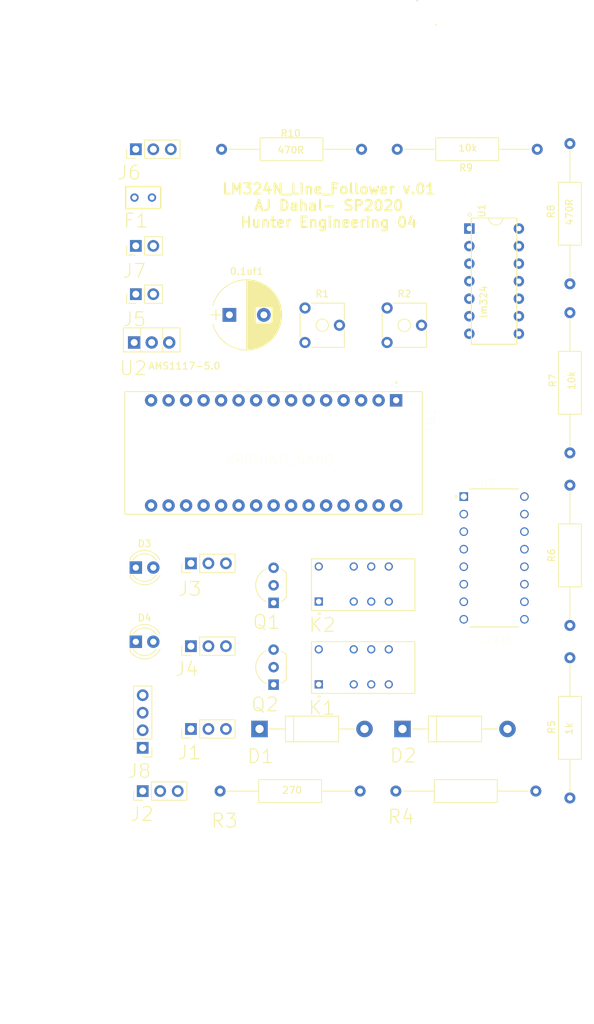
<source format=kicad_pcb>
(kicad_pcb (version 4) (host pcbnew 4.0.6)

  (general
    (links 78)
    (no_connects 77)
    (area 92.761999 47.372199 92.912001 47.598401)
    (thickness 1.6)
    (drawings 3)
    (tracks 0)
    (zones 0)
    (modules 36)
    (nets 29)
  )

  (page A4)
  (layers
    (0 F.Cu signal)
    (31 B.Cu signal)
    (32 B.Adhes user)
    (33 F.Adhes user)
    (34 B.Paste user)
    (35 F.Paste user)
    (36 B.SilkS user)
    (37 F.SilkS user)
    (38 B.Mask user)
    (39 F.Mask user)
    (40 Dwgs.User user)
    (41 Cmts.User user)
    (42 Eco1.User user)
    (43 Eco2.User user)
    (44 Edge.Cuts user)
    (45 Margin user)
    (46 B.CrtYd user)
    (47 F.CrtYd user)
    (48 B.Fab user)
    (49 F.Fab user)
  )

  (setup
    (last_trace_width 0.25)
    (trace_clearance 0.2)
    (zone_clearance 0.508)
    (zone_45_only no)
    (trace_min 0.2)
    (segment_width 0.2)
    (edge_width 0.15)
    (via_size 0.6)
    (via_drill 0.4)
    (via_min_size 0.4)
    (via_min_drill 0.3)
    (uvia_size 0.3)
    (uvia_drill 0.1)
    (uvias_allowed no)
    (uvia_min_size 0.2)
    (uvia_min_drill 0.1)
    (pcb_text_width 0.3)
    (pcb_text_size 1.5 1.5)
    (mod_edge_width 0.15)
    (mod_text_size 1 1)
    (mod_text_width 0.15)
    (pad_size 1.524 1.524)
    (pad_drill 0.762)
    (pad_to_mask_clearance 0.2)
    (aux_axis_origin 0 0)
    (visible_elements 7FFFFFFF)
    (pcbplotparams
      (layerselection 0x00030_80000001)
      (usegerberextensions false)
      (excludeedgelayer true)
      (linewidth 0.100000)
      (plotframeref false)
      (viasonmask false)
      (mode 1)
      (useauxorigin false)
      (hpglpennumber 1)
      (hpglpenspeed 20)
      (hpglpendiameter 15)
      (hpglpenoverlay 2)
      (psnegative false)
      (psa4output false)
      (plotreference true)
      (plotvalue true)
      (plotinvisibletext false)
      (padsonsilk false)
      (subtractmaskfromsilk false)
      (outputformat 1)
      (mirror false)
      (drillshape 0)
      (scaleselection 1)
      (outputdirectory "Gerber_with arduino/"))
  )

  (net 0 "")
  (net 1 +9V)
  (net 2 GND)
  (net 3 "Net-(D1-Pad2)")
  (net 4 "Net-(D2-Pad2)")
  (net 5 OutputPIN1)
  (net 6 "Net-(D3-Pad2)")
  (net 7 OutputPIN4)
  (net 8 "Net-(D4-Pad2)")
  (net 9 "Net-(F1-Pad2)")
  (net 10 V+)
  (net 11 "Net-(J1-Pad2)")
  (net 12 Input4-)
  (net 13 "Net-(J2-Pad2)")
  (net 14 Input1-)
  (net 15 Motor1a)
  (net 16 Motor1b)
  (net 17 Motor2a)
  (net 18 Motor2b)
  (net 19 5V+ard)
  (net 20 "Net-(J6-Pad2)")
  (net 21 9V+)
  (net 22 "Net-(Q1-Pad2)")
  (net 23 "Net-(Q2-Pad2)")
  (net 24 "Net-(TB1-Pad28)")
  (net 25 arOutputPIN1)
  (net 26 arOutputPIN2)
  (net 27 arOutputPIN3)
  (net 28 arOutputPIN4)

  (net_class Default "This is the default net class."
    (clearance 0.2)
    (trace_width 0.25)
    (via_dia 0.6)
    (via_drill 0.4)
    (uvia_dia 0.3)
    (uvia_drill 0.1)
    (add_net +9V)
    (add_net 5V+ard)
    (add_net 9V+)
    (add_net GND)
    (add_net Input1-)
    (add_net Input4-)
    (add_net Motor1a)
    (add_net Motor1b)
    (add_net Motor2a)
    (add_net Motor2b)
    (add_net "Net-(D1-Pad2)")
    (add_net "Net-(D2-Pad2)")
    (add_net "Net-(D3-Pad2)")
    (add_net "Net-(D4-Pad2)")
    (add_net "Net-(F1-Pad2)")
    (add_net "Net-(J1-Pad2)")
    (add_net "Net-(J2-Pad2)")
    (add_net "Net-(J6-Pad2)")
    (add_net "Net-(Q1-Pad2)")
    (add_net "Net-(Q2-Pad2)")
    (add_net "Net-(TB1-Pad28)")
    (add_net OutputPIN1)
    (add_net OutputPIN4)
    (add_net V+)
    (add_net arOutputPIN1)
    (add_net arOutputPIN2)
    (add_net arOutputPIN3)
    (add_net arOutputPIN4)
  )

  (module Capacitors_THT:CP_Radial_D10.0mm_P5.00mm (layer F.Cu) (tedit 5E3D5AF2) (tstamp 5E3C7D27)
    (at 65.5828 93)
    (descr "CP, Radial series, Radial, pin pitch=5.00mm, , diameter=10mm, Electrolytic Capacitor")
    (tags "CP Radial series Radial pin pitch 5.00mm  diameter 10mm Electrolytic Capacitor")
    (path /5E3AA8DC)
    (fp_text reference 0.1uf1 (at 2.5 -6.31) (layer F.SilkS)
      (effects (font (size 1 1) (thickness 0.15)))
    )
    (fp_text value CP (at 2.5 6.31) (layer F.Fab)
      (effects (font (size 1 1) (thickness 0.15)))
    )
    (fp_arc (start 2.5 0) (end -2.399357 -1.38) (angle 148.5) (layer F.SilkS) (width 0.12))
    (fp_arc (start 2.5 0) (end -2.399357 1.38) (angle -148.5) (layer F.SilkS) (width 0.12))
    (fp_arc (start 2.5 0) (end 7.399357 -1.38) (angle 31.5) (layer F.SilkS) (width 0.12))
    (fp_circle (center 2.5 0) (end 7.5 0) (layer F.Fab) (width 0.1))
    (fp_line (start -2.7 0) (end -1.2 0) (layer F.Fab) (width 0.1))
    (fp_line (start -1.95 -0.75) (end -1.95 0.75) (layer F.Fab) (width 0.1))
    (fp_line (start 2.5 -5.05) (end 2.5 5.05) (layer F.SilkS) (width 0.12))
    (fp_line (start 2.54 -5.05) (end 2.54 5.05) (layer F.SilkS) (width 0.12))
    (fp_line (start 2.58 -5.05) (end 2.58 5.05) (layer F.SilkS) (width 0.12))
    (fp_line (start 2.62 -5.049) (end 2.62 5.049) (layer F.SilkS) (width 0.12))
    (fp_line (start 2.66 -5.048) (end 2.66 5.048) (layer F.SilkS) (width 0.12))
    (fp_line (start 2.7 -5.047) (end 2.7 5.047) (layer F.SilkS) (width 0.12))
    (fp_line (start 2.74 -5.045) (end 2.74 5.045) (layer F.SilkS) (width 0.12))
    (fp_line (start 2.78 -5.043) (end 2.78 5.043) (layer F.SilkS) (width 0.12))
    (fp_line (start 2.82 -5.04) (end 2.82 5.04) (layer F.SilkS) (width 0.12))
    (fp_line (start 2.86 -5.038) (end 2.86 5.038) (layer F.SilkS) (width 0.12))
    (fp_line (start 2.9 -5.035) (end 2.9 5.035) (layer F.SilkS) (width 0.12))
    (fp_line (start 2.94 -5.031) (end 2.94 5.031) (layer F.SilkS) (width 0.12))
    (fp_line (start 2.98 -5.028) (end 2.98 5.028) (layer F.SilkS) (width 0.12))
    (fp_line (start 3.02 -5.024) (end 3.02 5.024) (layer F.SilkS) (width 0.12))
    (fp_line (start 3.06 -5.02) (end 3.06 5.02) (layer F.SilkS) (width 0.12))
    (fp_line (start 3.1 -5.015) (end 3.1 5.015) (layer F.SilkS) (width 0.12))
    (fp_line (start 3.14 -5.01) (end 3.14 5.01) (layer F.SilkS) (width 0.12))
    (fp_line (start 3.18 -5.005) (end 3.18 5.005) (layer F.SilkS) (width 0.12))
    (fp_line (start 3.221 -4.999) (end 3.221 4.999) (layer F.SilkS) (width 0.12))
    (fp_line (start 3.261 -4.993) (end 3.261 4.993) (layer F.SilkS) (width 0.12))
    (fp_line (start 3.301 -4.987) (end 3.301 4.987) (layer F.SilkS) (width 0.12))
    (fp_line (start 3.341 -4.981) (end 3.341 4.981) (layer F.SilkS) (width 0.12))
    (fp_line (start 3.381 -4.974) (end 3.381 4.974) (layer F.SilkS) (width 0.12))
    (fp_line (start 3.421 -4.967) (end 3.421 4.967) (layer F.SilkS) (width 0.12))
    (fp_line (start 3.461 -4.959) (end 3.461 4.959) (layer F.SilkS) (width 0.12))
    (fp_line (start 3.501 -4.951) (end 3.501 4.951) (layer F.SilkS) (width 0.12))
    (fp_line (start 3.541 -4.943) (end 3.541 4.943) (layer F.SilkS) (width 0.12))
    (fp_line (start 3.581 -4.935) (end 3.581 4.935) (layer F.SilkS) (width 0.12))
    (fp_line (start 3.621 -4.926) (end 3.621 4.926) (layer F.SilkS) (width 0.12))
    (fp_line (start 3.661 -4.917) (end 3.661 4.917) (layer F.SilkS) (width 0.12))
    (fp_line (start 3.701 -4.907) (end 3.701 4.907) (layer F.SilkS) (width 0.12))
    (fp_line (start 3.741 -4.897) (end 3.741 4.897) (layer F.SilkS) (width 0.12))
    (fp_line (start 3.781 -4.887) (end 3.781 4.887) (layer F.SilkS) (width 0.12))
    (fp_line (start 3.821 -4.876) (end 3.821 -1.181) (layer F.SilkS) (width 0.12))
    (fp_line (start 3.821 1.181) (end 3.821 4.876) (layer F.SilkS) (width 0.12))
    (fp_line (start 3.861 -4.865) (end 3.861 -1.181) (layer F.SilkS) (width 0.12))
    (fp_line (start 3.861 1.181) (end 3.861 4.865) (layer F.SilkS) (width 0.12))
    (fp_line (start 3.901 -4.854) (end 3.901 -1.181) (layer F.SilkS) (width 0.12))
    (fp_line (start 3.901 1.181) (end 3.901 4.854) (layer F.SilkS) (width 0.12))
    (fp_line (start 3.941 -4.843) (end 3.941 -1.181) (layer F.SilkS) (width 0.12))
    (fp_line (start 3.941 1.181) (end 3.941 4.843) (layer F.SilkS) (width 0.12))
    (fp_line (start 3.981 -4.831) (end 3.981 -1.181) (layer F.SilkS) (width 0.12))
    (fp_line (start 3.981 1.181) (end 3.981 4.831) (layer F.SilkS) (width 0.12))
    (fp_line (start 4.021 -4.818) (end 4.021 -1.181) (layer F.SilkS) (width 0.12))
    (fp_line (start 4.021 1.181) (end 4.021 4.818) (layer F.SilkS) (width 0.12))
    (fp_line (start 4.061 -4.806) (end 4.061 -1.181) (layer F.SilkS) (width 0.12))
    (fp_line (start 4.061 1.181) (end 4.061 4.806) (layer F.SilkS) (width 0.12))
    (fp_line (start 4.101 -4.792) (end 4.101 -1.181) (layer F.SilkS) (width 0.12))
    (fp_line (start 4.101 1.181) (end 4.101 4.792) (layer F.SilkS) (width 0.12))
    (fp_line (start 4.141 -4.779) (end 4.141 -1.181) (layer F.SilkS) (width 0.12))
    (fp_line (start 4.141 1.181) (end 4.141 4.779) (layer F.SilkS) (width 0.12))
    (fp_line (start 4.181 -4.765) (end 4.181 -1.181) (layer F.SilkS) (width 0.12))
    (fp_line (start 4.181 1.181) (end 4.181 4.765) (layer F.SilkS) (width 0.12))
    (fp_line (start 4.221 -4.751) (end 4.221 -1.181) (layer F.SilkS) (width 0.12))
    (fp_line (start 4.221 1.181) (end 4.221 4.751) (layer F.SilkS) (width 0.12))
    (fp_line (start 4.261 -4.737) (end 4.261 -1.181) (layer F.SilkS) (width 0.12))
    (fp_line (start 4.261 1.181) (end 4.261 4.737) (layer F.SilkS) (width 0.12))
    (fp_line (start 4.301 -4.722) (end 4.301 -1.181) (layer F.SilkS) (width 0.12))
    (fp_line (start 4.301 1.181) (end 4.301 4.722) (layer F.SilkS) (width 0.12))
    (fp_line (start 4.341 -4.706) (end 4.341 -1.181) (layer F.SilkS) (width 0.12))
    (fp_line (start 4.341 1.181) (end 4.341 4.706) (layer F.SilkS) (width 0.12))
    (fp_line (start 4.381 -4.691) (end 4.381 -1.181) (layer F.SilkS) (width 0.12))
    (fp_line (start 4.381 1.181) (end 4.381 4.691) (layer F.SilkS) (width 0.12))
    (fp_line (start 4.421 -4.674) (end 4.421 -1.181) (layer F.SilkS) (width 0.12))
    (fp_line (start 4.421 1.181) (end 4.421 4.674) (layer F.SilkS) (width 0.12))
    (fp_line (start 4.461 -4.658) (end 4.461 -1.181) (layer F.SilkS) (width 0.12))
    (fp_line (start 4.461 1.181) (end 4.461 4.658) (layer F.SilkS) (width 0.12))
    (fp_line (start 4.501 -4.641) (end 4.501 -1.181) (layer F.SilkS) (width 0.12))
    (fp_line (start 4.501 1.181) (end 4.501 4.641) (layer F.SilkS) (width 0.12))
    (fp_line (start 4.541 -4.624) (end 4.541 -1.181) (layer F.SilkS) (width 0.12))
    (fp_line (start 4.541 1.181) (end 4.541 4.624) (layer F.SilkS) (width 0.12))
    (fp_line (start 4.581 -4.606) (end 4.581 -1.181) (layer F.SilkS) (width 0.12))
    (fp_line (start 4.581 1.181) (end 4.581 4.606) (layer F.SilkS) (width 0.12))
    (fp_line (start 4.621 -4.588) (end 4.621 -1.181) (layer F.SilkS) (width 0.12))
    (fp_line (start 4.621 1.181) (end 4.621 4.588) (layer F.SilkS) (width 0.12))
    (fp_line (start 4.661 -4.569) (end 4.661 -1.181) (layer F.SilkS) (width 0.12))
    (fp_line (start 4.661 1.181) (end 4.661 4.569) (layer F.SilkS) (width 0.12))
    (fp_line (start 4.701 -4.55) (end 4.701 -1.181) (layer F.SilkS) (width 0.12))
    (fp_line (start 4.701 1.181) (end 4.701 4.55) (layer F.SilkS) (width 0.12))
    (fp_line (start 4.741 -4.531) (end 4.741 -1.181) (layer F.SilkS) (width 0.12))
    (fp_line (start 4.741 1.181) (end 4.741 4.531) (layer F.SilkS) (width 0.12))
    (fp_line (start 4.781 -4.511) (end 4.781 -1.181) (layer F.SilkS) (width 0.12))
    (fp_line (start 4.781 1.181) (end 4.781 4.511) (layer F.SilkS) (width 0.12))
    (fp_line (start 4.821 -4.491) (end 4.821 -1.181) (layer F.SilkS) (width 0.12))
    (fp_line (start 4.821 1.181) (end 4.821 4.491) (layer F.SilkS) (width 0.12))
    (fp_line (start 4.861 -4.47) (end 4.861 -1.181) (layer F.SilkS) (width 0.12))
    (fp_line (start 4.861 1.181) (end 4.861 4.47) (layer F.SilkS) (width 0.12))
    (fp_line (start 4.901 -4.449) (end 4.901 -1.181) (layer F.SilkS) (width 0.12))
    (fp_line (start 4.901 1.181) (end 4.901 4.449) (layer F.SilkS) (width 0.12))
    (fp_line (start 4.941 -4.428) (end 4.941 -1.181) (layer F.SilkS) (width 0.12))
    (fp_line (start 4.941 1.181) (end 4.941 4.428) (layer F.SilkS) (width 0.12))
    (fp_line (start 4.981 -4.405) (end 4.981 -1.181) (layer F.SilkS) (width 0.12))
    (fp_line (start 4.981 1.181) (end 4.981 4.405) (layer F.SilkS) (width 0.12))
    (fp_line (start 5.021 -4.383) (end 5.021 -1.181) (layer F.SilkS) (width 0.12))
    (fp_line (start 5.021 1.181) (end 5.021 4.383) (layer F.SilkS) (width 0.12))
    (fp_line (start 5.061 -4.36) (end 5.061 -1.181) (layer F.SilkS) (width 0.12))
    (fp_line (start 5.061 1.181) (end 5.061 4.36) (layer F.SilkS) (width 0.12))
    (fp_line (start 5.101 -4.336) (end 5.101 -1.181) (layer F.SilkS) (width 0.12))
    (fp_line (start 5.101 1.181) (end 5.101 4.336) (layer F.SilkS) (width 0.12))
    (fp_line (start 5.141 -4.312) (end 5.141 -1.181) (layer F.SilkS) (width 0.12))
    (fp_line (start 5.141 1.181) (end 5.141 4.312) (layer F.SilkS) (width 0.12))
    (fp_line (start 5.181 -4.288) (end 5.181 -1.181) (layer F.SilkS) (width 0.12))
    (fp_line (start 5.181 1.181) (end 5.181 4.288) (layer F.SilkS) (width 0.12))
    (fp_line (start 5.221 -4.263) (end 5.221 -1.181) (layer F.SilkS) (width 0.12))
    (fp_line (start 5.221 1.181) (end 5.221 4.263) (layer F.SilkS) (width 0.12))
    (fp_line (start 5.261 -4.237) (end 5.261 -1.181) (layer F.SilkS) (width 0.12))
    (fp_line (start 5.261 1.181) (end 5.261 4.237) (layer F.SilkS) (width 0.12))
    (fp_line (start 5.301 -4.211) (end 5.301 -1.181) (layer F.SilkS) (width 0.12))
    (fp_line (start 5.301 1.181) (end 5.301 4.211) (layer F.SilkS) (width 0.12))
    (fp_line (start 5.341 -4.185) (end 5.341 -1.181) (layer F.SilkS) (width 0.12))
    (fp_line (start 5.341 1.181) (end 5.341 4.185) (layer F.SilkS) (width 0.12))
    (fp_line (start 5.381 -4.157) (end 5.381 -1.181) (layer F.SilkS) (width 0.12))
    (fp_line (start 5.381 1.181) (end 5.381 4.157) (layer F.SilkS) (width 0.12))
    (fp_line (start 5.421 -4.13) (end 5.421 -1.181) (layer F.SilkS) (width 0.12))
    (fp_line (start 5.421 1.181) (end 5.421 4.13) (layer F.SilkS) (width 0.12))
    (fp_line (start 5.461 -4.101) (end 5.461 -1.181) (layer F.SilkS) (width 0.12))
    (fp_line (start 5.461 1.181) (end 5.461 4.101) (layer F.SilkS) (width 0.12))
    (fp_line (start 5.501 -4.072) (end 5.501 -1.181) (layer F.SilkS) (width 0.12))
    (fp_line (start 5.501 1.181) (end 5.501 4.072) (layer F.SilkS) (width 0.12))
    (fp_line (start 5.541 -4.043) (end 5.541 -1.181) (layer F.SilkS) (width 0.12))
    (fp_line (start 5.541 1.181) (end 5.541 4.043) (layer F.SilkS) (width 0.12))
    (fp_line (start 5.581 -4.013) (end 5.581 -1.181) (layer F.SilkS) (width 0.12))
    (fp_line (start 5.581 1.181) (end 5.581 4.013) (layer F.SilkS) (width 0.12))
    (fp_line (start 5.621 -3.982) (end 5.621 -1.181) (layer F.SilkS) (width 0.12))
    (fp_line (start 5.621 1.181) (end 5.621 3.982) (layer F.SilkS) (width 0.12))
    (fp_line (start 5.661 -3.951) (end 5.661 -1.181) (layer F.SilkS) (width 0.12))
    (fp_line (start 5.661 1.181) (end 5.661 3.951) (layer F.SilkS) (width 0.12))
    (fp_line (start 5.701 -3.919) (end 5.701 -1.181) (layer F.SilkS) (width 0.12))
    (fp_line (start 5.701 1.181) (end 5.701 3.919) (layer F.SilkS) (width 0.12))
    (fp_line (start 5.741 -3.886) (end 5.741 -1.181) (layer F.SilkS) (width 0.12))
    (fp_line (start 5.741 1.181) (end 5.741 3.886) (layer F.SilkS) (width 0.12))
    (fp_line (start 5.781 -3.853) (end 5.781 -1.181) (layer F.SilkS) (width 0.12))
    (fp_line (start 5.781 1.181) (end 5.781 3.853) (layer F.SilkS) (width 0.12))
    (fp_line (start 5.821 -3.819) (end 5.821 -1.181) (layer F.SilkS) (width 0.12))
    (fp_line (start 5.821 1.181) (end 5.821 3.819) (layer F.SilkS) (width 0.12))
    (fp_line (start 5.861 -3.784) (end 5.861 -1.181) (layer F.SilkS) (width 0.12))
    (fp_line (start 5.861 1.181) (end 5.861 3.784) (layer F.SilkS) (width 0.12))
    (fp_line (start 5.901 -3.748) (end 5.901 -1.181) (layer F.SilkS) (width 0.12))
    (fp_line (start 5.901 1.181) (end 5.901 3.748) (layer F.SilkS) (width 0.12))
    (fp_line (start 5.941 -3.712) (end 5.941 -1.181) (layer F.SilkS) (width 0.12))
    (fp_line (start 5.941 1.181) (end 5.941 3.712) (layer F.SilkS) (width 0.12))
    (fp_line (start 5.981 -3.675) (end 5.981 -1.181) (layer F.SilkS) (width 0.12))
    (fp_line (start 5.981 1.181) (end 5.981 3.675) (layer F.SilkS) (width 0.12))
    (fp_line (start 6.021 -3.637) (end 6.021 -1.181) (layer F.SilkS) (width 0.12))
    (fp_line (start 6.021 1.181) (end 6.021 3.637) (layer F.SilkS) (width 0.12))
    (fp_line (start 6.061 -3.598) (end 6.061 -1.181) (layer F.SilkS) (width 0.12))
    (fp_line (start 6.061 1.181) (end 6.061 3.598) (layer F.SilkS) (width 0.12))
    (fp_line (start 6.101 -3.559) (end 6.101 -1.181) (layer F.SilkS) (width 0.12))
    (fp_line (start 6.101 1.181) (end 6.101 3.559) (layer F.SilkS) (width 0.12))
    (fp_line (start 6.141 -3.518) (end 6.141 -1.181) (layer F.SilkS) (width 0.12))
    (fp_line (start 6.141 1.181) (end 6.141 3.518) (layer F.SilkS) (width 0.12))
    (fp_line (start 6.181 -3.477) (end 6.181 3.477) (layer F.SilkS) (width 0.12))
    (fp_line (start 6.221 -3.435) (end 6.221 3.435) (layer F.SilkS) (width 0.12))
    (fp_line (start 6.261 -3.391) (end 6.261 3.391) (layer F.SilkS) (width 0.12))
    (fp_line (start 6.301 -3.347) (end 6.301 3.347) (layer F.SilkS) (width 0.12))
    (fp_line (start 6.341 -3.302) (end 6.341 3.302) (layer F.SilkS) (width 0.12))
    (fp_line (start 6.381 -3.255) (end 6.381 3.255) (layer F.SilkS) (width 0.12))
    (fp_line (start 6.421 -3.207) (end 6.421 3.207) (layer F.SilkS) (width 0.12))
    (fp_line (start 6.461 -3.158) (end 6.461 3.158) (layer F.SilkS) (width 0.12))
    (fp_line (start 6.501 -3.108) (end 6.501 3.108) (layer F.SilkS) (width 0.12))
    (fp_line (start 6.541 -3.057) (end 6.541 3.057) (layer F.SilkS) (width 0.12))
    (fp_line (start 6.581 -3.004) (end 6.581 3.004) (layer F.SilkS) (width 0.12))
    (fp_line (start 6.621 -2.949) (end 6.621 2.949) (layer F.SilkS) (width 0.12))
    (fp_line (start 6.661 -2.894) (end 6.661 2.894) (layer F.SilkS) (width 0.12))
    (fp_line (start 6.701 -2.836) (end 6.701 2.836) (layer F.SilkS) (width 0.12))
    (fp_line (start 6.741 -2.777) (end 6.741 2.777) (layer F.SilkS) (width 0.12))
    (fp_line (start 6.781 -2.715) (end 6.781 2.715) (layer F.SilkS) (width 0.12))
    (fp_line (start 6.821 -2.652) (end 6.821 2.652) (layer F.SilkS) (width 0.12))
    (fp_line (start 6.861 -2.587) (end 6.861 2.587) (layer F.SilkS) (width 0.12))
    (fp_line (start 6.901 -2.519) (end 6.901 2.519) (layer F.SilkS) (width 0.12))
    (fp_line (start 6.941 -2.449) (end 6.941 2.449) (layer F.SilkS) (width 0.12))
    (fp_line (start 6.981 -2.377) (end 6.981 2.377) (layer F.SilkS) (width 0.12))
    (fp_line (start 7.021 -2.301) (end 7.021 2.301) (layer F.SilkS) (width 0.12))
    (fp_line (start 7.061 -2.222) (end 7.061 2.222) (layer F.SilkS) (width 0.12))
    (fp_line (start 7.101 -2.14) (end 7.101 2.14) (layer F.SilkS) (width 0.12))
    (fp_line (start 7.141 -2.053) (end 7.141 2.053) (layer F.SilkS) (width 0.12))
    (fp_line (start 7.181 -1.962) (end 7.181 1.962) (layer F.SilkS) (width 0.12))
    (fp_line (start 7.221 -1.866) (end 7.221 1.866) (layer F.SilkS) (width 0.12))
    (fp_line (start 7.261 -1.763) (end 7.261 1.763) (layer F.SilkS) (width 0.12))
    (fp_line (start 7.301 -1.654) (end 7.301 1.654) (layer F.SilkS) (width 0.12))
    (fp_line (start 7.341 -1.536) (end 7.341 1.536) (layer F.SilkS) (width 0.12))
    (fp_line (start 7.381 -1.407) (end 7.381 1.407) (layer F.SilkS) (width 0.12))
    (fp_line (start 7.421 -1.265) (end 7.421 1.265) (layer F.SilkS) (width 0.12))
    (fp_line (start 7.461 -1.104) (end 7.461 1.104) (layer F.SilkS) (width 0.12))
    (fp_line (start 7.501 -0.913) (end 7.501 0.913) (layer F.SilkS) (width 0.12))
    (fp_line (start 7.541 -0.672) (end 7.541 0.672) (layer F.SilkS) (width 0.12))
    (fp_line (start 7.581 -0.279) (end 7.581 0.279) (layer F.SilkS) (width 0.12))
    (fp_line (start -2.7 0) (end -1.2 0) (layer F.SilkS) (width 0.12))
    (fp_line (start -1.95 -0.75) (end -1.95 0.75) (layer F.SilkS) (width 0.12))
    (fp_line (start -2.85 -5.35) (end -2.85 5.35) (layer F.CrtYd) (width 0.05))
    (fp_line (start -2.85 5.35) (end 7.85 5.35) (layer F.CrtYd) (width 0.05))
    (fp_line (start 7.85 5.35) (end 7.85 -5.35) (layer F.CrtYd) (width 0.05))
    (fp_line (start 7.85 -5.35) (end -2.85 -5.35) (layer F.CrtYd) (width 0.05))
    (fp_text user %R (at 2.5146 -2.9718) (layer F.Fab)
      (effects (font (size 1 1) (thickness 0.15)))
    )
    (pad 1 thru_hole rect (at 0 0) (size 2 2) (drill 1) (layers *.Cu *.Mask)
      (net 1 +9V))
    (pad 2 thru_hole circle (at 5 0) (size 2 2) (drill 1) (layers *.Cu *.Mask)
      (net 2 GND))
    (model ${KISYS3DMOD}/Capacitors_THT.3dshapes/CP_Radial_D10.0mm_P5.00mm.wrl
      (at (xyz 0 0 0))
      (scale (xyz 1 1 1))
      (rotate (xyz 0 0 0))
    )
  )

  (module lm324m_Line:C320C (layer F.Cu) (tedit 5E615ACA) (tstamp 5E3C7D8D)
    (at 46.0756 83 180)
    (descr <b>C320C</b><br>)
    (path /5E3AE98B)
    (fp_text reference F1 (at -5.9436 3.6576 180) (layer F.SilkS)
      (effects (font (size 2 2) (thickness 0.15)))
    )
    (fp_text value "" (at -8.0518 9.398 180) (layer F.SilkS)
      (effects (font (size 1 1) (thickness 0.015)))
    )
    (fp_line (start -9.54 5.41) (end -4.46 5.41) (layer F.SilkS) (width 0.2))
    (fp_line (start -4.46 5.41) (end -4.46 8.59) (layer F.SilkS) (width 0.2))
    (fp_line (start -4.46 8.59) (end -9.54 8.59) (layer F.SilkS) (width 0.2))
    (fp_line (start -9.54 8.59) (end -9.54 5.41) (layer F.SilkS) (width 0.2))
    (fp_line (start -9.54 5.41) (end -4.46 5.41) (layer F.Fab) (width 0.2))
    (fp_line (start -4.46 5.41) (end -4.46 8.59) (layer F.Fab) (width 0.2))
    (fp_line (start -4.46 8.59) (end -9.54 8.59) (layer F.Fab) (width 0.2))
    (fp_line (start -9.54 8.59) (end -9.54 5.41) (layer F.Fab) (width 0.2))
    (pad 1 thru_hole circle (at -8.27 7 180) (size 1.21 1.21) (drill 0.71) (layers *.Cu *.Mask)
      (net 1 +9V))
    (pad 2 thru_hole circle (at -5.73 7 180) (size 1.21 1.21) (drill 0.71) (layers *.Cu *.Mask)
      (net 9 "Net-(F1-Pad2)"))
  )

  (module EC2-5NU:RELAY_EC2-5NU (layer F.Cu) (tedit 5E615C08) (tstamp 5E3C7E40)
    (at 85 144 90)
    (path /5E3982FA)
    (fp_text reference K1 (at -5.9362 -6.006 180) (layer F.SilkS)
      (effects (font (size 2 2) (thickness 0.15)))
    )
    (fp_text value "" (at 0.3302 10.0076 90) (layer F.SilkS)
      (effects (font (size 1.4 1.4) (thickness 0.015)))
    )
    (fp_line (start -3.85 -7.5) (end 3.65 -7.5) (layer F.Fab) (width 0.127))
    (fp_line (start 3.65 -7.5) (end 3.65 7.5) (layer F.Fab) (width 0.127))
    (fp_line (start 3.65 7.5) (end -3.85 7.5) (layer F.Fab) (width 0.127))
    (fp_line (start -3.85 7.5) (end -3.85 -7.5) (layer F.Fab) (width 0.127))
    (fp_line (start -3.85 -7.5) (end 3.65 -7.5) (layer F.SilkS) (width 0.127))
    (fp_line (start 3.65 -7.5) (end 3.65 7.5) (layer F.SilkS) (width 0.127))
    (fp_line (start 3.65 7.5) (end -3.85 7.5) (layer F.SilkS) (width 0.127))
    (fp_line (start -3.85 7.5) (end -3.85 -7.5) (layer F.SilkS) (width 0.127))
    (fp_circle (center -4.3 -6.37) (end -4.2 -6.37) (layer F.Fab) (width 0.2))
    (fp_circle (center -4.3 -6.37) (end -4.2 -6.37) (layer F.SilkS) (width 0.2))
    (fp_line (start 3.9 -7.75) (end -4.1 -7.75) (layer F.CrtYd) (width 0.05))
    (fp_line (start -4.1 -7.75) (end -4.1 7.75) (layer F.CrtYd) (width 0.05))
    (fp_line (start -4.1 7.75) (end 3.9 7.75) (layer F.CrtYd) (width 0.05))
    (fp_line (start 3.9 7.75) (end 3.9 -7.75) (layer F.CrtYd) (width 0.05))
    (pad 1 thru_hole rect (at -2.54 -6.45 90) (size 1.2 1.2) (drill 0.8) (layers *.Cu *.Mask)
      (net 10 V+))
    (pad 12 thru_hole circle (at 2.54 -6.45 90) (size 1.2 1.2) (drill 0.8) (layers *.Cu *.Mask)
      (net 3 "Net-(D1-Pad2)"))
    (pad 3 thru_hole circle (at -2.54 -1.37 90) (size 1.2 1.2) (drill 0.8) (layers *.Cu *.Mask))
    (pad 8 thru_hole circle (at 2.54 3.71 90) (size 1.2 1.2) (drill 0.8) (layers *.Cu *.Mask))
    (pad 4 thru_hole circle (at -2.54 1.17 90) (size 1.2 1.2) (drill 0.8) (layers *.Cu *.Mask)
      (net 17 Motor2a))
    (pad 5 thru_hole circle (at -2.54 3.71 90) (size 1.2 1.2) (drill 0.8) (layers *.Cu *.Mask)
      (net 18 Motor2b))
    (pad 10 thru_hole circle (at 2.54 -1.37 90) (size 1.2 1.2) (drill 0.8) (layers *.Cu *.Mask))
    (pad 9 thru_hole circle (at 2.54 1.17 90) (size 1.2 1.2) (drill 0.8) (layers *.Cu *.Mask))
  )

  (module EC2-5NU:RELAY_EC2-5NU (layer F.Cu) (tedit 5E615C0C) (tstamp 5E3C7E5A)
    (at 85 132 90)
    (path /5E39F0CE)
    (fp_text reference K2 (at -5.922 -5.9298 180) (layer F.SilkS)
      (effects (font (size 2 2) (thickness 0.15)))
    )
    (fp_text value "" (at -3.2766 8.7376 90) (layer F.SilkS)
      (effects (font (size 1.4 1.4) (thickness 0.015)))
    )
    (fp_line (start -3.85 -7.5) (end 3.65 -7.5) (layer F.Fab) (width 0.127))
    (fp_line (start 3.65 -7.5) (end 3.65 7.5) (layer F.Fab) (width 0.127))
    (fp_line (start 3.65 7.5) (end -3.85 7.5) (layer F.Fab) (width 0.127))
    (fp_line (start -3.85 7.5) (end -3.85 -7.5) (layer F.Fab) (width 0.127))
    (fp_line (start -3.85 -7.5) (end 3.65 -7.5) (layer F.SilkS) (width 0.127))
    (fp_line (start 3.65 -7.5) (end 3.65 7.5) (layer F.SilkS) (width 0.127))
    (fp_line (start 3.65 7.5) (end -3.85 7.5) (layer F.SilkS) (width 0.127))
    (fp_line (start -3.85 7.5) (end -3.85 -7.5) (layer F.SilkS) (width 0.127))
    (fp_circle (center -4.3 -6.37) (end -4.2 -6.37) (layer F.Fab) (width 0.2))
    (fp_circle (center -4.3 -6.37) (end -4.2 -6.37) (layer F.SilkS) (width 0.2))
    (fp_line (start 3.9 -7.75) (end -4.1 -7.75) (layer F.CrtYd) (width 0.05))
    (fp_line (start -4.1 -7.75) (end -4.1 7.75) (layer F.CrtYd) (width 0.05))
    (fp_line (start -4.1 7.75) (end 3.9 7.75) (layer F.CrtYd) (width 0.05))
    (fp_line (start 3.9 7.75) (end 3.9 -7.75) (layer F.CrtYd) (width 0.05))
    (pad 1 thru_hole rect (at -2.54 -6.45 90) (size 1.2 1.2) (drill 0.8) (layers *.Cu *.Mask)
      (net 10 V+))
    (pad 12 thru_hole circle (at 2.54 -6.45 90) (size 1.2 1.2) (drill 0.8) (layers *.Cu *.Mask)
      (net 4 "Net-(D2-Pad2)"))
    (pad 3 thru_hole circle (at -2.54 -1.37 90) (size 1.2 1.2) (drill 0.8) (layers *.Cu *.Mask))
    (pad 8 thru_hole circle (at 2.54 3.71 90) (size 1.2 1.2) (drill 0.8) (layers *.Cu *.Mask))
    (pad 4 thru_hole circle (at -2.54 1.17 90) (size 1.2 1.2) (drill 0.8) (layers *.Cu *.Mask)
      (net 15 Motor1a))
    (pad 5 thru_hole circle (at -2.54 3.71 90) (size 1.2 1.2) (drill 0.8) (layers *.Cu *.Mask)
      (net 16 Motor1b))
    (pad 10 thru_hole circle (at 2.54 -1.37 90) (size 1.2 1.2) (drill 0.8) (layers *.Cu *.Mask))
    (pad 9 thru_hole circle (at 2.54 1.17 90) (size 1.2 1.2) (drill 0.8) (layers *.Cu *.Mask))
  )

  (module Resistors_THT:R_Axial_DIN0309_L9.0mm_D3.2mm_P20.32mm_Horizontal (layer F.Cu) (tedit 5E615C5F) (tstamp 5E3C7EBE)
    (at 64.2366 162)
    (descr "Resistor, Axial_DIN0309 series, Axial, Horizontal, pin pitch=20.32mm, 0.5W = 1/2W, length*diameter=9*3.2mm^2, http://cdn-reichelt.de/documents/datenblatt/B400/1_4W%23YAG.pdf")
    (tags "Resistor Axial_DIN0309 series Axial Horizontal pin pitch 20.32mm 0.5W = 1/2W length 9mm diameter 3.2mm")
    (path /5E399A6C)
    (fp_text reference R3 (at 0.635 4.2938) (layer F.SilkS)
      (effects (font (size 2 2) (thickness 0.15)))
    )
    (fp_text value 270 (at 10.4394 -0.127) (layer F.SilkS)
      (effects (font (size 1 1) (thickness 0.15)))
    )
    (fp_line (start 5.66 -1.6) (end 5.66 1.6) (layer F.Fab) (width 0.1))
    (fp_line (start 5.66 1.6) (end 14.66 1.6) (layer F.Fab) (width 0.1))
    (fp_line (start 14.66 1.6) (end 14.66 -1.6) (layer F.Fab) (width 0.1))
    (fp_line (start 14.66 -1.6) (end 5.66 -1.6) (layer F.Fab) (width 0.1))
    (fp_line (start 0 0) (end 5.66 0) (layer F.Fab) (width 0.1))
    (fp_line (start 20.32 0) (end 14.66 0) (layer F.Fab) (width 0.1))
    (fp_line (start 5.6 -1.66) (end 5.6 1.66) (layer F.SilkS) (width 0.12))
    (fp_line (start 5.6 1.66) (end 14.72 1.66) (layer F.SilkS) (width 0.12))
    (fp_line (start 14.72 1.66) (end 14.72 -1.66) (layer F.SilkS) (width 0.12))
    (fp_line (start 14.72 -1.66) (end 5.6 -1.66) (layer F.SilkS) (width 0.12))
    (fp_line (start 0.98 0) (end 5.6 0) (layer F.SilkS) (width 0.12))
    (fp_line (start 19.34 0) (end 14.72 0) (layer F.SilkS) (width 0.12))
    (fp_line (start -1.05 -1.95) (end -1.05 1.95) (layer F.CrtYd) (width 0.05))
    (fp_line (start -1.05 1.95) (end 21.4 1.95) (layer F.CrtYd) (width 0.05))
    (fp_line (start 21.4 1.95) (end 21.4 -1.95) (layer F.CrtYd) (width 0.05))
    (fp_line (start 21.4 -1.95) (end -1.05 -1.95) (layer F.CrtYd) (width 0.05))
    (pad 1 thru_hole circle (at 0 0) (size 1.6 1.6) (drill 0.8) (layers *.Cu *.Mask)
      (net 6 "Net-(D3-Pad2)"))
    (pad 2 thru_hole oval (at 20.32 0) (size 1.6 1.6) (drill 0.8) (layers *.Cu *.Mask)
      (net 2 GND))
    (model ${KISYS3DMOD}/Resistors_THT.3dshapes/R_Axial_DIN0309_L9.0mm_D3.2mm_P20.32mm_Horizontal.wrl
      (at (xyz 0 0 0))
      (scale (xyz 0.393701 0.393701 0.393701))
      (rotate (xyz 0 0 0))
    )
  )

  (module Resistors_THT:R_Axial_DIN0309_L9.0mm_D3.2mm_P20.32mm_Horizontal (layer F.Cu) (tedit 5E615C4E) (tstamp 5E3C7ED4)
    (at 89.7382 162)
    (descr "Resistor, Axial_DIN0309 series, Axial, Horizontal, pin pitch=20.32mm, 0.5W = 1/2W, length*diameter=9*3.2mm^2, http://cdn-reichelt.de/documents/datenblatt/B400/1_4W%23YAG.pdf")
    (tags "Resistor Axial_DIN0309 series Axial Horizontal pin pitch 20.32mm 0.5W = 1/2W length 9mm diameter 3.2mm")
    (path /5E39F0E3)
    (fp_text reference R4 (at 0.762 3.7096) (layer F.SilkS)
      (effects (font (size 2 2) (thickness 0.15)))
    )
    (fp_text value "" (at 10.287 -0.0508) (layer F.SilkS)
      (effects (font (size 1 1) (thickness 0.15)))
    )
    (fp_line (start 5.66 -1.6) (end 5.66 1.6) (layer F.Fab) (width 0.1))
    (fp_line (start 5.66 1.6) (end 14.66 1.6) (layer F.Fab) (width 0.1))
    (fp_line (start 14.66 1.6) (end 14.66 -1.6) (layer F.Fab) (width 0.1))
    (fp_line (start 14.66 -1.6) (end 5.66 -1.6) (layer F.Fab) (width 0.1))
    (fp_line (start 0 0) (end 5.66 0) (layer F.Fab) (width 0.1))
    (fp_line (start 20.32 0) (end 14.66 0) (layer F.Fab) (width 0.1))
    (fp_line (start 5.6 -1.66) (end 5.6 1.66) (layer F.SilkS) (width 0.12))
    (fp_line (start 5.6 1.66) (end 14.72 1.66) (layer F.SilkS) (width 0.12))
    (fp_line (start 14.72 1.66) (end 14.72 -1.66) (layer F.SilkS) (width 0.12))
    (fp_line (start 14.72 -1.66) (end 5.6 -1.66) (layer F.SilkS) (width 0.12))
    (fp_line (start 0.98 0) (end 5.6 0) (layer F.SilkS) (width 0.12))
    (fp_line (start 19.34 0) (end 14.72 0) (layer F.SilkS) (width 0.12))
    (fp_line (start -1.05 -1.95) (end -1.05 1.95) (layer F.CrtYd) (width 0.05))
    (fp_line (start -1.05 1.95) (end 21.4 1.95) (layer F.CrtYd) (width 0.05))
    (fp_line (start 21.4 1.95) (end 21.4 -1.95) (layer F.CrtYd) (width 0.05))
    (fp_line (start 21.4 -1.95) (end -1.05 -1.95) (layer F.CrtYd) (width 0.05))
    (pad 1 thru_hole circle (at 0 0) (size 1.6 1.6) (drill 0.8) (layers *.Cu *.Mask)
      (net 8 "Net-(D4-Pad2)"))
    (pad 2 thru_hole oval (at 20.32 0) (size 1.6 1.6) (drill 0.8) (layers *.Cu *.Mask)
      (net 2 GND))
    (model ${KISYS3DMOD}/Resistors_THT.3dshapes/R_Axial_DIN0309_L9.0mm_D3.2mm_P20.32mm_Horizontal.wrl
      (at (xyz 0 0 0))
      (scale (xyz 0.393701 0.393701 0.393701))
      (rotate (xyz 0 0 0))
    )
  )

  (module Resistors_THT:R_Axial_DIN0309_L9.0mm_D3.2mm_P20.32mm_Horizontal (layer F.Cu) (tedit 5E3D5E25) (tstamp 5E3C7EEA)
    (at 115 163 90)
    (descr "Resistor, Axial_DIN0309 series, Axial, Horizontal, pin pitch=20.32mm, 0.5W = 1/2W, length*diameter=9*3.2mm^2, http://cdn-reichelt.de/documents/datenblatt/B400/1_4W%23YAG.pdf")
    (tags "Resistor Axial_DIN0309 series Axial Horizontal pin pitch 20.32mm 0.5W = 1/2W length 9mm diameter 3.2mm")
    (path /5E398258)
    (fp_text reference R5 (at 10.287 -2.667 90) (layer F.SilkS)
      (effects (font (size 1 1) (thickness 0.15)))
    )
    (fp_text value 1k (at 10.033 -0.127 90) (layer F.SilkS)
      (effects (font (size 1 1) (thickness 0.15)))
    )
    (fp_line (start 5.66 -1.6) (end 5.66 1.6) (layer F.Fab) (width 0.1))
    (fp_line (start 5.66 1.6) (end 14.66 1.6) (layer F.Fab) (width 0.1))
    (fp_line (start 14.66 1.6) (end 14.66 -1.6) (layer F.Fab) (width 0.1))
    (fp_line (start 14.66 -1.6) (end 5.66 -1.6) (layer F.Fab) (width 0.1))
    (fp_line (start 0 0) (end 5.66 0) (layer F.Fab) (width 0.1))
    (fp_line (start 20.32 0) (end 14.66 0) (layer F.Fab) (width 0.1))
    (fp_line (start 5.6 -1.66) (end 5.6 1.66) (layer F.SilkS) (width 0.12))
    (fp_line (start 5.6 1.66) (end 14.72 1.66) (layer F.SilkS) (width 0.12))
    (fp_line (start 14.72 1.66) (end 14.72 -1.66) (layer F.SilkS) (width 0.12))
    (fp_line (start 14.72 -1.66) (end 5.6 -1.66) (layer F.SilkS) (width 0.12))
    (fp_line (start 0.98 0) (end 5.6 0) (layer F.SilkS) (width 0.12))
    (fp_line (start 19.34 0) (end 14.72 0) (layer F.SilkS) (width 0.12))
    (fp_line (start -1.05 -1.95) (end -1.05 1.95) (layer F.CrtYd) (width 0.05))
    (fp_line (start -1.05 1.95) (end 21.4 1.95) (layer F.CrtYd) (width 0.05))
    (fp_line (start 21.4 1.95) (end 21.4 -1.95) (layer F.CrtYd) (width 0.05))
    (fp_line (start 21.4 -1.95) (end -1.05 -1.95) (layer F.CrtYd) (width 0.05))
    (pad 1 thru_hole circle (at 0 0 90) (size 1.6 1.6) (drill 0.8) (layers *.Cu *.Mask)
      (net 5 OutputPIN1))
    (pad 2 thru_hole oval (at 20.32 0 90) (size 1.6 1.6) (drill 0.8) (layers *.Cu *.Mask)
      (net 22 "Net-(Q1-Pad2)"))
    (model ${KISYS3DMOD}/Resistors_THT.3dshapes/R_Axial_DIN0309_L9.0mm_D3.2mm_P20.32mm_Horizontal.wrl
      (at (xyz 0 0 0))
      (scale (xyz 0.393701 0.393701 0.393701))
      (rotate (xyz 0 0 0))
    )
  )

  (module Resistors_THT:R_Axial_DIN0309_L9.0mm_D3.2mm_P20.32mm_Horizontal (layer F.Cu) (tedit 5874F706) (tstamp 5E3C7F00)
    (at 115 138 90)
    (descr "Resistor, Axial_DIN0309 series, Axial, Horizontal, pin pitch=20.32mm, 0.5W = 1/2W, length*diameter=9*3.2mm^2, http://cdn-reichelt.de/documents/datenblatt/B400/1_4W%23YAG.pdf")
    (tags "Resistor Axial_DIN0309 series Axial Horizontal pin pitch 20.32mm 0.5W = 1/2W length 9mm diameter 3.2mm")
    (path /5E39F0C5)
    (fp_text reference R6 (at 10.16 -2.66 90) (layer F.SilkS)
      (effects (font (size 1 1) (thickness 0.15)))
    )
    (fp_text value 1k (at 10.16 2.66 90) (layer F.Fab)
      (effects (font (size 1 1) (thickness 0.15)))
    )
    (fp_line (start 5.66 -1.6) (end 5.66 1.6) (layer F.Fab) (width 0.1))
    (fp_line (start 5.66 1.6) (end 14.66 1.6) (layer F.Fab) (width 0.1))
    (fp_line (start 14.66 1.6) (end 14.66 -1.6) (layer F.Fab) (width 0.1))
    (fp_line (start 14.66 -1.6) (end 5.66 -1.6) (layer F.Fab) (width 0.1))
    (fp_line (start 0 0) (end 5.66 0) (layer F.Fab) (width 0.1))
    (fp_line (start 20.32 0) (end 14.66 0) (layer F.Fab) (width 0.1))
    (fp_line (start 5.6 -1.66) (end 5.6 1.66) (layer F.SilkS) (width 0.12))
    (fp_line (start 5.6 1.66) (end 14.72 1.66) (layer F.SilkS) (width 0.12))
    (fp_line (start 14.72 1.66) (end 14.72 -1.66) (layer F.SilkS) (width 0.12))
    (fp_line (start 14.72 -1.66) (end 5.6 -1.66) (layer F.SilkS) (width 0.12))
    (fp_line (start 0.98 0) (end 5.6 0) (layer F.SilkS) (width 0.12))
    (fp_line (start 19.34 0) (end 14.72 0) (layer F.SilkS) (width 0.12))
    (fp_line (start -1.05 -1.95) (end -1.05 1.95) (layer F.CrtYd) (width 0.05))
    (fp_line (start -1.05 1.95) (end 21.4 1.95) (layer F.CrtYd) (width 0.05))
    (fp_line (start 21.4 1.95) (end 21.4 -1.95) (layer F.CrtYd) (width 0.05))
    (fp_line (start 21.4 -1.95) (end -1.05 -1.95) (layer F.CrtYd) (width 0.05))
    (pad 1 thru_hole circle (at 0 0 90) (size 1.6 1.6) (drill 0.8) (layers *.Cu *.Mask)
      (net 7 OutputPIN4))
    (pad 2 thru_hole oval (at 20.32 0 90) (size 1.6 1.6) (drill 0.8) (layers *.Cu *.Mask)
      (net 23 "Net-(Q2-Pad2)"))
    (model ${KISYS3DMOD}/Resistors_THT.3dshapes/R_Axial_DIN0309_L9.0mm_D3.2mm_P20.32mm_Horizontal.wrl
      (at (xyz 0 0 0))
      (scale (xyz 0.393701 0.393701 0.393701))
      (rotate (xyz 0 0 0))
    )
  )

  (module Resistors_THT:R_Axial_DIN0309_L9.0mm_D3.2mm_P20.32mm_Horizontal (layer F.Cu) (tedit 5E3D5E02) (tstamp 5E3C7F16)
    (at 115 113 90)
    (descr "Resistor, Axial_DIN0309 series, Axial, Horizontal, pin pitch=20.32mm, 0.5W = 1/2W, length*diameter=9*3.2mm^2, http://cdn-reichelt.de/documents/datenblatt/B400/1_4W%23YAG.pdf")
    (tags "Resistor Axial_DIN0309 series Axial Horizontal pin pitch 20.32mm 0.5W = 1/2W length 9mm diameter 3.2mm")
    (path /5E3A107F)
    (fp_text reference R7 (at 10.4902 -2.4892 90) (layer F.SilkS)
      (effects (font (size 1 1) (thickness 0.15)))
    )
    (fp_text value 10k (at 10.4902 0.254 90) (layer F.SilkS)
      (effects (font (size 1 1) (thickness 0.15)))
    )
    (fp_line (start 5.66 -1.6) (end 5.66 1.6) (layer F.Fab) (width 0.1))
    (fp_line (start 5.66 1.6) (end 14.66 1.6) (layer F.Fab) (width 0.1))
    (fp_line (start 14.66 1.6) (end 14.66 -1.6) (layer F.Fab) (width 0.1))
    (fp_line (start 14.66 -1.6) (end 5.66 -1.6) (layer F.Fab) (width 0.1))
    (fp_line (start 0 0) (end 5.66 0) (layer F.Fab) (width 0.1))
    (fp_line (start 20.32 0) (end 14.66 0) (layer F.Fab) (width 0.1))
    (fp_line (start 5.6 -1.66) (end 5.6 1.66) (layer F.SilkS) (width 0.12))
    (fp_line (start 5.6 1.66) (end 14.72 1.66) (layer F.SilkS) (width 0.12))
    (fp_line (start 14.72 1.66) (end 14.72 -1.66) (layer F.SilkS) (width 0.12))
    (fp_line (start 14.72 -1.66) (end 5.6 -1.66) (layer F.SilkS) (width 0.12))
    (fp_line (start 0.98 0) (end 5.6 0) (layer F.SilkS) (width 0.12))
    (fp_line (start 19.34 0) (end 14.72 0) (layer F.SilkS) (width 0.12))
    (fp_line (start -1.05 -1.95) (end -1.05 1.95) (layer F.CrtYd) (width 0.05))
    (fp_line (start -1.05 1.95) (end 21.4 1.95) (layer F.CrtYd) (width 0.05))
    (fp_line (start 21.4 1.95) (end 21.4 -1.95) (layer F.CrtYd) (width 0.05))
    (fp_line (start 21.4 -1.95) (end -1.05 -1.95) (layer F.CrtYd) (width 0.05))
    (pad 1 thru_hole circle (at 0 0 90) (size 1.6 1.6) (drill 0.8) (layers *.Cu *.Mask)
      (net 10 V+))
    (pad 2 thru_hole oval (at 20.32 0 90) (size 1.6 1.6) (drill 0.8) (layers *.Cu *.Mask)
      (net 12 Input4-))
    (model ${KISYS3DMOD}/Resistors_THT.3dshapes/R_Axial_DIN0309_L9.0mm_D3.2mm_P20.32mm_Horizontal.wrl
      (at (xyz 0 0 0))
      (scale (xyz 0.393701 0.393701 0.393701))
      (rotate (xyz 0 0 0))
    )
  )

  (module Resistors_THT:R_Axial_DIN0309_L9.0mm_D3.2mm_P20.32mm_Horizontal (layer F.Cu) (tedit 5E3D5E15) (tstamp 5E3C7F2C)
    (at 115 88.5 90)
    (descr "Resistor, Axial_DIN0309 series, Axial, Horizontal, pin pitch=20.32mm, 0.5W = 1/2W, length*diameter=9*3.2mm^2, http://cdn-reichelt.de/documents/datenblatt/B400/1_4W%23YAG.pdf")
    (tags "Resistor Axial_DIN0309 series Axial Horizontal pin pitch 20.32mm 0.5W = 1/2W length 9mm diameter 3.2mm")
    (path /5E3A1085)
    (fp_text reference R8 (at 10.4902 -2.7432 90) (layer F.SilkS)
      (effects (font (size 1 1) (thickness 0.15)))
    )
    (fp_text value 470R (at 10.3886 -0.0762 90) (layer F.SilkS)
      (effects (font (size 1 1) (thickness 0.15)))
    )
    (fp_line (start 5.66 -1.6) (end 5.66 1.6) (layer F.Fab) (width 0.1))
    (fp_line (start 5.66 1.6) (end 14.66 1.6) (layer F.Fab) (width 0.1))
    (fp_line (start 14.66 1.6) (end 14.66 -1.6) (layer F.Fab) (width 0.1))
    (fp_line (start 14.66 -1.6) (end 5.66 -1.6) (layer F.Fab) (width 0.1))
    (fp_line (start 0 0) (end 5.66 0) (layer F.Fab) (width 0.1))
    (fp_line (start 20.32 0) (end 14.66 0) (layer F.Fab) (width 0.1))
    (fp_line (start 5.6 -1.66) (end 5.6 1.66) (layer F.SilkS) (width 0.12))
    (fp_line (start 5.6 1.66) (end 14.72 1.66) (layer F.SilkS) (width 0.12))
    (fp_line (start 14.72 1.66) (end 14.72 -1.66) (layer F.SilkS) (width 0.12))
    (fp_line (start 14.72 -1.66) (end 5.6 -1.66) (layer F.SilkS) (width 0.12))
    (fp_line (start 0.98 0) (end 5.6 0) (layer F.SilkS) (width 0.12))
    (fp_line (start 19.34 0) (end 14.72 0) (layer F.SilkS) (width 0.12))
    (fp_line (start -1.05 -1.95) (end -1.05 1.95) (layer F.CrtYd) (width 0.05))
    (fp_line (start -1.05 1.95) (end 21.4 1.95) (layer F.CrtYd) (width 0.05))
    (fp_line (start 21.4 1.95) (end 21.4 -1.95) (layer F.CrtYd) (width 0.05))
    (fp_line (start 21.4 -1.95) (end -1.05 -1.95) (layer F.CrtYd) (width 0.05))
    (pad 1 thru_hole circle (at 0 0 90) (size 1.6 1.6) (drill 0.8) (layers *.Cu *.Mask)
      (net 10 V+))
    (pad 2 thru_hole oval (at 20.32 0 90) (size 1.6 1.6) (drill 0.8) (layers *.Cu *.Mask)
      (net 2 GND))
    (model ${KISYS3DMOD}/Resistors_THT.3dshapes/R_Axial_DIN0309_L9.0mm_D3.2mm_P20.32mm_Horizontal.wrl
      (at (xyz 0 0 0))
      (scale (xyz 0.393701 0.393701 0.393701))
      (rotate (xyz 0 0 0))
    )
  )

  (module Resistors_THT:R_Axial_DIN0309_L9.0mm_D3.2mm_P20.32mm_Horizontal (layer F.Cu) (tedit 5E3D5E29) (tstamp 5E3C7F42)
    (at 110.2614 69 180)
    (descr "Resistor, Axial_DIN0309 series, Axial, Horizontal, pin pitch=20.32mm, 0.5W = 1/2W, length*diameter=9*3.2mm^2, http://cdn-reichelt.de/documents/datenblatt/B400/1_4W%23YAG.pdf")
    (tags "Resistor Axial_DIN0309 series Axial Horizontal pin pitch 20.32mm 0.5W = 1/2W length 9mm diameter 3.2mm")
    (path /5E3BDBB7)
    (fp_text reference R9 (at 10.3378 -2.667 180) (layer F.SilkS)
      (effects (font (size 1 1) (thickness 0.15)))
    )
    (fp_text value 10k (at 10.0838 0.2032 180) (layer F.SilkS)
      (effects (font (size 1 1) (thickness 0.15)))
    )
    (fp_line (start 5.66 -1.6) (end 5.66 1.6) (layer F.Fab) (width 0.1))
    (fp_line (start 5.66 1.6) (end 14.66 1.6) (layer F.Fab) (width 0.1))
    (fp_line (start 14.66 1.6) (end 14.66 -1.6) (layer F.Fab) (width 0.1))
    (fp_line (start 14.66 -1.6) (end 5.66 -1.6) (layer F.Fab) (width 0.1))
    (fp_line (start 0 0) (end 5.66 0) (layer F.Fab) (width 0.1))
    (fp_line (start 20.32 0) (end 14.66 0) (layer F.Fab) (width 0.1))
    (fp_line (start 5.6 -1.66) (end 5.6 1.66) (layer F.SilkS) (width 0.12))
    (fp_line (start 5.6 1.66) (end 14.72 1.66) (layer F.SilkS) (width 0.12))
    (fp_line (start 14.72 1.66) (end 14.72 -1.66) (layer F.SilkS) (width 0.12))
    (fp_line (start 14.72 -1.66) (end 5.6 -1.66) (layer F.SilkS) (width 0.12))
    (fp_line (start 0.98 0) (end 5.6 0) (layer F.SilkS) (width 0.12))
    (fp_line (start 19.34 0) (end 14.72 0) (layer F.SilkS) (width 0.12))
    (fp_line (start -1.05 -1.95) (end -1.05 1.95) (layer F.CrtYd) (width 0.05))
    (fp_line (start -1.05 1.95) (end 21.4 1.95) (layer F.CrtYd) (width 0.05))
    (fp_line (start 21.4 1.95) (end 21.4 -1.95) (layer F.CrtYd) (width 0.05))
    (fp_line (start 21.4 -1.95) (end -1.05 -1.95) (layer F.CrtYd) (width 0.05))
    (pad 1 thru_hole circle (at 0 0 180) (size 1.6 1.6) (drill 0.8) (layers *.Cu *.Mask)
      (net 10 V+))
    (pad 2 thru_hole oval (at 20.32 0 180) (size 1.6 1.6) (drill 0.8) (layers *.Cu *.Mask)
      (net 14 Input1-))
    (model ${KISYS3DMOD}/Resistors_THT.3dshapes/R_Axial_DIN0309_L9.0mm_D3.2mm_P20.32mm_Horizontal.wrl
      (at (xyz 0 0 0))
      (scale (xyz 0.393701 0.393701 0.393701))
      (rotate (xyz 0 0 0))
    )
  )

  (module Resistors_THT:R_Axial_DIN0309_L9.0mm_D3.2mm_P20.32mm_Horizontal (layer F.Cu) (tedit 5E3D5E22) (tstamp 5E3C7F58)
    (at 64.4398 69)
    (descr "Resistor, Axial_DIN0309 series, Axial, Horizontal, pin pitch=20.32mm, 0.5W = 1/2W, length*diameter=9*3.2mm^2, http://cdn-reichelt.de/documents/datenblatt/B400/1_4W%23YAG.pdf")
    (tags "Resistor Axial_DIN0309 series Axial Horizontal pin pitch 20.32mm 0.5W = 1/2W length 9mm diameter 3.2mm")
    (path /5E3BDBBD)
    (fp_text reference R10 (at 10.033 -2.3114) (layer F.SilkS)
      (effects (font (size 1 1) (thickness 0.15)))
    )
    (fp_text value 470R (at 10.0584 0.127) (layer F.SilkS)
      (effects (font (size 1 1) (thickness 0.15)))
    )
    (fp_line (start 5.66 -1.6) (end 5.66 1.6) (layer F.Fab) (width 0.1))
    (fp_line (start 5.66 1.6) (end 14.66 1.6) (layer F.Fab) (width 0.1))
    (fp_line (start 14.66 1.6) (end 14.66 -1.6) (layer F.Fab) (width 0.1))
    (fp_line (start 14.66 -1.6) (end 5.66 -1.6) (layer F.Fab) (width 0.1))
    (fp_line (start 0 0) (end 5.66 0) (layer F.Fab) (width 0.1))
    (fp_line (start 20.32 0) (end 14.66 0) (layer F.Fab) (width 0.1))
    (fp_line (start 5.6 -1.66) (end 5.6 1.66) (layer F.SilkS) (width 0.12))
    (fp_line (start 5.6 1.66) (end 14.72 1.66) (layer F.SilkS) (width 0.12))
    (fp_line (start 14.72 1.66) (end 14.72 -1.66) (layer F.SilkS) (width 0.12))
    (fp_line (start 14.72 -1.66) (end 5.6 -1.66) (layer F.SilkS) (width 0.12))
    (fp_line (start 0.98 0) (end 5.6 0) (layer F.SilkS) (width 0.12))
    (fp_line (start 19.34 0) (end 14.72 0) (layer F.SilkS) (width 0.12))
    (fp_line (start -1.05 -1.95) (end -1.05 1.95) (layer F.CrtYd) (width 0.05))
    (fp_line (start -1.05 1.95) (end 21.4 1.95) (layer F.CrtYd) (width 0.05))
    (fp_line (start 21.4 1.95) (end 21.4 -1.95) (layer F.CrtYd) (width 0.05))
    (fp_line (start 21.4 -1.95) (end -1.05 -1.95) (layer F.CrtYd) (width 0.05))
    (pad 1 thru_hole circle (at 0 0) (size 1.6 1.6) (drill 0.8) (layers *.Cu *.Mask)
      (net 10 V+))
    (pad 2 thru_hole oval (at 20.32 0) (size 1.6 1.6) (drill 0.8) (layers *.Cu *.Mask)
      (net 2 GND))
    (model ${KISYS3DMOD}/Resistors_THT.3dshapes/R_Axial_DIN0309_L9.0mm_D3.2mm_P20.32mm_Horizontal.wrl
      (at (xyz 0 0 0))
      (scale (xyz 0.393701 0.393701 0.393701))
      (rotate (xyz 0 0 0))
    )
  )

  (module SHIELD_ARDUINO_NANO (layer F.Cu) (tedit 5E3D5AD3) (tstamp 5E3C7F91)
    (at 72 113 270)
    (path /5E3C6B0F)
    (fp_text reference TB1 (at -4.755 -22.789 270) (layer F.SilkS)
      (effects (font (size 1.4 1.4) (thickness 0.015)))
    )
    (fp_text value ARDUINO_NANO (at 1.016 -0.9652 360) (layer F.SilkS)
      (effects (font (size 1.4 1.4) (thickness 0.015)))
    )
    (fp_line (start -8.89 -21.59) (end 8.89 -21.59) (layer F.Fab) (width 0.127))
    (fp_line (start 8.89 -21.59) (end 8.89 21.59) (layer F.Fab) (width 0.127))
    (fp_line (start 8.89 21.59) (end 3 21.59) (layer F.Fab) (width 0.127))
    (fp_line (start 3 21.59) (end -2.97 21.59) (layer F.Fab) (width 0.127))
    (fp_line (start -2.97 21.59) (end -8.89 21.59) (layer F.Fab) (width 0.127))
    (fp_line (start -8.89 21.59) (end -8.89 -21.59) (layer F.Fab) (width 0.127))
    (fp_circle (center -10.2 -17.8) (end -10.1 -17.8) (layer F.SilkS) (width 0.2))
    (fp_line (start -8.89 -21.59) (end 8.89 -21.59) (layer F.SilkS) (width 0.127))
    (fp_line (start 8.89 -21.59) (end 8.89 21.59) (layer F.SilkS) (width 0.127))
    (fp_line (start 8.89 21.59) (end -8.89 21.59) (layer F.SilkS) (width 0.127))
    (fp_line (start -8.89 21.59) (end -8.89 -21.59) (layer F.SilkS) (width 0.127))
    (fp_line (start -9.14 -21.84) (end 9.14 -21.84) (layer F.CrtYd) (width 0.05))
    (fp_line (start 9.14 -21.84) (end 9.14 21.84) (layer F.CrtYd) (width 0.05))
    (fp_line (start -9.14 21.84) (end -9.14 -21.84) (layer F.CrtYd) (width 0.05))
    (fp_circle (center -10.2 -17.8) (end -10.1 -17.8) (layer F.Fab) (width 0.2))
    (fp_line (start -2.97 21.59) (end -2.97 23.495) (layer F.Fab) (width 0.127))
    (fp_line (start -2.97 23.495) (end 3 23.495) (layer F.Fab) (width 0.127))
    (fp_line (start 3 23.495) (end 3 21.59) (layer F.Fab) (width 0.127))
    (fp_line (start -9.14 21.84) (end -3.22 21.84) (layer F.CrtYd) (width 0.05))
    (fp_line (start -3.22 21.84) (end -3.22 23.745) (layer F.CrtYd) (width 0.05))
    (fp_line (start -3.22 23.745) (end 3.25 23.745) (layer F.CrtYd) (width 0.05))
    (fp_line (start 3.25 23.745) (end 3.25 21.84) (layer F.CrtYd) (width 0.05))
    (fp_line (start 3.25 21.84) (end 9.14 21.84) (layer F.CrtYd) (width 0.05))
    (pad 1 thru_hole rect (at -7.62 -17.78 270) (size 1.8 1.8) (drill 0.9) (layers *.Cu *.Mask))
    (pad 2 thru_hole circle (at -7.62 -15.24 270) (size 1.8 1.8) (drill 0.9) (layers *.Cu *.Mask))
    (pad 3 thru_hole circle (at -7.62 -12.7 270) (size 1.8 1.8) (drill 0.9) (layers *.Cu *.Mask)
      (net 24 "Net-(TB1-Pad28)"))
    (pad 4 thru_hole circle (at -7.62 -10.16 270) (size 1.8 1.8) (drill 0.9) (layers *.Cu *.Mask)
      (net 2 GND))
    (pad 5 thru_hole circle (at -7.62 -7.62 270) (size 1.8 1.8) (drill 0.9) (layers *.Cu *.Mask)
      (net 14 Input1-))
    (pad 6 thru_hole circle (at -7.62 -5.08 270) (size 1.8 1.8) (drill 0.9) (layers *.Cu *.Mask)
      (net 12 Input4-))
    (pad 7 thru_hole circle (at -7.62 -2.54 270) (size 1.8 1.8) (drill 0.9) (layers *.Cu *.Mask)
      (net 25 arOutputPIN1))
    (pad 8 thru_hole circle (at -7.62 0 270) (size 1.8 1.8) (drill 0.9) (layers *.Cu *.Mask)
      (net 26 arOutputPIN2))
    (pad 9 thru_hole circle (at -7.62 2.54 270) (size 1.8 1.8) (drill 0.9) (layers *.Cu *.Mask)
      (net 27 arOutputPIN3))
    (pad 10 thru_hole circle (at -7.62 5.08 270) (size 1.8 1.8) (drill 0.9) (layers *.Cu *.Mask)
      (net 28 arOutputPIN4))
    (pad 11 thru_hole circle (at -7.62 7.62 270) (size 1.8 1.8) (drill 0.9) (layers *.Cu *.Mask))
    (pad 12 thru_hole circle (at -7.62 10.16 270) (size 1.8 1.8) (drill 0.9) (layers *.Cu *.Mask))
    (pad 13 thru_hole circle (at -7.62 12.7 270) (size 1.8 1.8) (drill 0.9) (layers *.Cu *.Mask))
    (pad 14 thru_hole circle (at -7.62 15.24 270) (size 1.8 1.8) (drill 0.9) (layers *.Cu *.Mask))
    (pad 15 thru_hole circle (at -7.62 17.78 270) (size 1.8 1.8) (drill 0.9) (layers *.Cu *.Mask))
    (pad 16 thru_hole circle (at 7.62 17.78 270) (size 1.8 1.8) (drill 0.9) (layers *.Cu *.Mask))
    (pad 17 thru_hole circle (at 7.62 15.24 270) (size 1.8 1.8) (drill 0.9) (layers *.Cu *.Mask))
    (pad 18 thru_hole circle (at 7.62 12.7 270) (size 1.8 1.8) (drill 0.9) (layers *.Cu *.Mask))
    (pad 19 thru_hole circle (at 7.62 10.16 270) (size 1.8 1.8) (drill 0.9) (layers *.Cu *.Mask))
    (pad 20 thru_hole circle (at 7.62 7.62 270) (size 1.8 1.8) (drill 0.9) (layers *.Cu *.Mask))
    (pad 21 thru_hole circle (at 7.62 5.08 270) (size 1.8 1.8) (drill 0.9) (layers *.Cu *.Mask))
    (pad 22 thru_hole circle (at 7.62 2.54 270) (size 1.8 1.8) (drill 0.9) (layers *.Cu *.Mask))
    (pad 23 thru_hole circle (at 7.62 0 270) (size 1.8 1.8) (drill 0.9) (layers *.Cu *.Mask))
    (pad 24 thru_hole circle (at 7.62 -2.54 270) (size 1.8 1.8) (drill 0.9) (layers *.Cu *.Mask))
    (pad 25 thru_hole circle (at 7.62 -5.08 270) (size 1.8 1.8) (drill 0.9) (layers *.Cu *.Mask))
    (pad 26 thru_hole circle (at 7.62 -7.62 270) (size 1.8 1.8) (drill 0.9) (layers *.Cu *.Mask))
    (pad 27 thru_hole circle (at 7.62 -10.16 270) (size 1.8 1.8) (drill 0.9) (layers *.Cu *.Mask))
    (pad 28 thru_hole circle (at 7.62 -12.7 270) (size 1.8 1.8) (drill 0.9) (layers *.Cu *.Mask)
      (net 24 "Net-(TB1-Pad28)"))
    (pad 29 thru_hole circle (at 7.62 -15.24 270) (size 1.8 1.8) (drill 0.9) (layers *.Cu *.Mask)
      (net 2 GND))
    (pad 30 thru_hole circle (at 7.62 -17.78 270) (size 1.8 1.8) (drill 0.9) (layers *.Cu *.Mask)
      (net 19 5V+ard))
  )

  (module lm324_line:LM324N (layer F.Cu) (tedit 5E3D5B36) (tstamp 5E3C7FAF)
    (at 104 88.1126 270)
    (path /5E398062)
    (fp_text reference U1 (at -10.2108 1.8034 270) (layer F.SilkS)
      (effects (font (size 1 1) (thickness 0.15)))
    )
    (fp_text value lm324 (at 2.9972 1.524 270) (layer F.SilkS)
      (effects (font (size 1 1) (thickness 0.15)))
    )
    (fp_arc (start -9.144 -0.254) (end -9.144 -1.27) (angle 180) (layer F.SilkS) (width 0.1016))
    (fp_circle (center -9.652 3.556) (end -9.652 3.302) (layer F.SilkS) (width 0.1016))
    (fp_line (start 9.144 3.302) (end -9.144 3.302) (layer F.SilkS) (width 0.15))
    (fp_line (start 9.144 -3.302) (end 9.144 3.302) (layer F.SilkS) (width 0.15))
    (fp_line (start -9.144 -3.302) (end 9.144 -3.302) (layer F.SilkS) (width 0.15))
    (fp_line (start -9.144 3.302) (end -9.144 -3.302) (layer F.SilkS) (width 0.1016))
    (fp_arc (start -9.144 -0.254) (end -9.144 -1.27) (angle 180) (layer F.Fab) (width 0.1016))
    (fp_line (start -9.144 -3.302) (end 9.144 -3.302) (layer F.Fab) (width 0.1016))
    (fp_line (start 9.144 -3.302) (end 9.144 3.302) (layer F.Fab) (width 0.1016))
    (fp_line (start -9.144 -3.302) (end -9.144 3.302) (layer F.Fab) (width 0.1016))
    (fp_line (start -9.144 3.302) (end 9.144 3.302) (layer F.Fab) (width 0.1016))
    (pad 1 thru_hole rect (at -7.62 3.5941 270) (size 1.524 1.524) (drill 0.762) (layers *.Cu *.Mask)
      (net 5 OutputPIN1))
    (pad 2 thru_hole circle (at -5.08 3.5941 270) (size 1.524 1.524) (drill 0.762) (layers *.Cu *.Mask)
      (net 14 Input1-))
    (pad 3 thru_hole circle (at -2.54 3.5941 270) (size 1.524 1.524) (drill 0.762) (layers *.Cu *.Mask)
      (net 2 GND))
    (pad 4 thru_hole circle (at 0 3.5941 270) (size 1.524 1.524) (drill 0.762) (layers *.Cu *.Mask)
      (net 10 V+))
    (pad 5 thru_hole circle (at 2.54 3.5941 270) (size 1.524 1.524) (drill 0.762) (layers *.Cu *.Mask))
    (pad 6 thru_hole circle (at 5.08 3.5941 270) (size 1.524 1.524) (drill 0.762) (layers *.Cu *.Mask))
    (pad 7 thru_hole circle (at 7.62 3.5941 270) (size 1.524 1.524) (drill 0.762) (layers *.Cu *.Mask))
    (pad 8 thru_hole circle (at 7.62 -3.5941 270) (size 1.524 1.524) (drill 0.762) (layers *.Cu *.Mask))
    (pad 9 thru_hole circle (at 5.08 -3.5941 270) (size 1.524 1.524) (drill 0.762) (layers *.Cu *.Mask))
    (pad 10 thru_hole circle (at 2.54 -3.5941 270) (size 1.524 1.524) (drill 0.762) (layers *.Cu *.Mask))
    (pad 11 thru_hole circle (at 0 -3.5941 270) (size 1.524 1.524) (drill 0.762) (layers *.Cu *.Mask)
      (net 2 GND))
    (pad 12 thru_hole circle (at -2.54 -3.5941 270) (size 1.524 1.524) (drill 0.762) (layers *.Cu *.Mask)
      (net 2 GND))
    (pad 13 thru_hole circle (at -5.08 -3.5941 270) (size 1.524 1.524) (drill 0.762) (layers *.Cu *.Mask)
      (net 12 Input4-))
    (pad 14 thru_hole circle (at -7.62 -3.5941 270) (size 1.524 1.524) (drill 0.762) (layers *.Cu *.Mask)
      (net 7 OutputPIN4))
    (pad 13 thru_hole circle (at -5.08 -3.5941 270) (size 1.524 1.524) (drill 0.762) (layers *.Cu *.Mask)
      (net 12 Input4-))
  )

  (module Package_TO_SOT_Packages_THT:TO-126_Vertical (layer F.Cu) (tedit 5E615B65) (tstamp 5E3C7FC9)
    (at 51.7652 97)
    (descr "TO-126, Vertical, RM 2.54mm")
    (tags "TO-126 Vertical RM 2.54mm")
    (path /5E3AC6D4)
    (fp_text reference U2 (at -0.1332 3.7338) (layer F.SilkS)
      (effects (font (size 2 2) (thickness 0.15)))
    )
    (fp_text value AMS1117-5.0 (at 7.2898 3.4036) (layer F.SilkS)
      (effects (font (size 1 1) (thickness 0.15)))
    )
    (fp_text user "" (at 3.6068 -5.5118) (layer F.Fab)
      (effects (font (size 1 1) (thickness 0.15)))
    )
    (fp_line (start -1.46 -2) (end -1.46 1.25) (layer F.Fab) (width 0.1))
    (fp_line (start -1.46 1.25) (end 6.54 1.25) (layer F.Fab) (width 0.1))
    (fp_line (start 6.54 1.25) (end 6.54 -2) (layer F.Fab) (width 0.1))
    (fp_line (start 6.54 -2) (end -1.46 -2) (layer F.Fab) (width 0.1))
    (fp_line (start 0.94 -2) (end 0.94 1.25) (layer F.Fab) (width 0.1))
    (fp_line (start 4.14 -2) (end 4.14 1.25) (layer F.Fab) (width 0.1))
    (fp_line (start -1.58 -2.12) (end 6.66 -2.12) (layer F.SilkS) (width 0.12))
    (fp_line (start -1.58 1.37) (end 6.66 1.37) (layer F.SilkS) (width 0.12))
    (fp_line (start -1.58 -2.12) (end -1.58 1.37) (layer F.SilkS) (width 0.12))
    (fp_line (start 6.66 -2.12) (end 6.66 1.37) (layer F.SilkS) (width 0.12))
    (fp_line (start 0.94 -2.12) (end 0.94 -1.05) (layer F.SilkS) (width 0.12))
    (fp_line (start 0.94 1.05) (end 0.94 1.37) (layer F.SilkS) (width 0.12))
    (fp_line (start 4.141 -2.12) (end 4.141 -0.54) (layer F.SilkS) (width 0.12))
    (fp_line (start 4.141 0.54) (end 4.141 1.37) (layer F.SilkS) (width 0.12))
    (fp_line (start -1.71 -2.25) (end -1.71 1.5) (layer F.CrtYd) (width 0.05))
    (fp_line (start -1.71 1.5) (end 6.79 1.5) (layer F.CrtYd) (width 0.05))
    (fp_line (start 6.79 1.5) (end 6.79 -2.25) (layer F.CrtYd) (width 0.05))
    (fp_line (start 6.79 -2.25) (end -1.71 -2.25) (layer F.CrtYd) (width 0.05))
    (pad 1 thru_hole rect (at 0 0) (size 1.8 1.8) (drill 1) (layers *.Cu *.Mask)
      (net 2 GND))
    (pad 2 thru_hole oval (at 2.54 0) (size 1.8 1.8) (drill 1) (layers *.Cu *.Mask)
      (net 20 "Net-(J6-Pad2)"))
    (pad 3 thru_hole oval (at 5.08 0) (size 1.8 1.8) (drill 1) (layers *.Cu *.Mask)
      (net 9 "Net-(F1-Pad2)"))
    (model ${KISYS3DMOD}/TO_SOT_Packages_THT.3dshapes/TO-126_Vertical.wrl
      (at (xyz 0.1 0 0))
      (scale (xyz 1 1 1))
      (rotate (xyz 0 0 0))
    )
  )

  (module DIP880W50P254L2000H510Q16 (layer F.Cu) (tedit 5E3D5B47) (tstamp 5E3C7FE9)
    (at 104 128.2192)
    (path /5E3CE25F)
    (fp_text reference U3 (at -1 -10.812) (layer F.SilkS)
      (effects (font (size 1 1) (thickness 0.015)))
    )
    (fp_text value L293D (at 0.2794 11.8364) (layer F.SilkS)
      (effects (font (size 1 1) (thickness 0.015)))
    )
    (fp_circle (center -5.525 -8.89) (end -5.425 -8.89) (layer F.SilkS) (width 0.2))
    (fp_circle (center -5.525 -8.89) (end -5.425 -8.89) (layer F.Fab) (width 0.2))
    (fp_line (start -3.55 -10) (end 3.55 -10) (layer F.Fab) (width 0.127))
    (fp_line (start -3.55 10) (end 3.55 10) (layer F.Fab) (width 0.127))
    (fp_line (start -3.55 -10) (end 3.55 -10) (layer F.SilkS) (width 0.127))
    (fp_line (start -3.55 10) (end 3.55 10) (layer F.SilkS) (width 0.127))
    (fp_line (start -3.55 -10) (end -3.55 10) (layer F.Fab) (width 0.127))
    (fp_line (start 3.55 -10) (end 3.55 10) (layer F.Fab) (width 0.127))
    (fp_line (start 5.275 -10.25) (end -5.275 -10.25) (layer F.CrtYd) (width 0.05))
    (fp_line (start 5.275 10.25) (end -5.275 10.25) (layer F.CrtYd) (width 0.05))
    (fp_line (start 5.275 -10.25) (end 5.275 10.25) (layer F.CrtYd) (width 0.05))
    (fp_line (start -5.275 -10.25) (end -5.275 10.25) (layer F.CrtYd) (width 0.05))
    (pad 1 thru_hole rect (at -4.4 -8.89) (size 1.25 1.25) (drill 0.9) (layers *.Cu *.Mask)
      (net 19 5V+ard))
    (pad 2 thru_hole circle (at -4.4 -6.35) (size 1.25 1.25) (drill 0.9) (layers *.Cu *.Mask)
      (net 25 arOutputPIN1))
    (pad 3 thru_hole circle (at -4.4 -3.81) (size 1.25 1.25) (drill 0.9) (layers *.Cu *.Mask)
      (net 15 Motor1a))
    (pad 4 thru_hole circle (at -4.4 -1.27) (size 1.25 1.25) (drill 0.9) (layers *.Cu *.Mask)
      (net 2 GND))
    (pad 5 thru_hole circle (at -4.4 1.27) (size 1.25 1.25) (drill 0.9) (layers *.Cu *.Mask)
      (net 2 GND))
    (pad 6 thru_hole circle (at -4.4 3.81) (size 1.25 1.25) (drill 0.9) (layers *.Cu *.Mask)
      (net 16 Motor1b))
    (pad 7 thru_hole circle (at -4.4 6.35) (size 1.25 1.25) (drill 0.9) (layers *.Cu *.Mask)
      (net 26 arOutputPIN2))
    (pad 8 thru_hole circle (at -4.4 8.89) (size 1.25 1.25) (drill 0.9) (layers *.Cu *.Mask)
      (net 21 9V+))
    (pad 9 thru_hole circle (at 4.4 8.89) (size 1.25 1.25) (drill 0.9) (layers *.Cu *.Mask)
      (net 19 5V+ard))
    (pad 10 thru_hole circle (at 4.4 6.35) (size 1.25 1.25) (drill 0.9) (layers *.Cu *.Mask)
      (net 27 arOutputPIN3))
    (pad 11 thru_hole circle (at 4.4 3.81) (size 1.25 1.25) (drill 0.9) (layers *.Cu *.Mask)
      (net 17 Motor2a))
    (pad 12 thru_hole circle (at 4.4 1.27) (size 1.25 1.25) (drill 0.9) (layers *.Cu *.Mask)
      (net 2 GND))
    (pad 13 thru_hole circle (at 4.4 -1.27) (size 1.25 1.25) (drill 0.9) (layers *.Cu *.Mask)
      (net 2 GND))
    (pad 14 thru_hole circle (at 4.4 -3.81) (size 1.25 1.25) (drill 0.9) (layers *.Cu *.Mask)
      (net 18 Motor2b))
    (pad 15 thru_hole circle (at 4.4 -6.35) (size 1.25 1.25) (drill 0.9) (layers *.Cu *.Mask)
      (net 28 arOutputPIN4))
    (pad 16 thru_hole circle (at 4.4 -8.89) (size 1.25 1.25) (drill 0.9) (layers *.Cu *.Mask)
      (net 19 5V+ard))
  )

  (module Mounting_Holes:MountingHole_3.2mm_M3 (layer F.Cu) (tedit 5E615D50) (tstamp 5E520274)
    (at 100.584 53.7464)
    (descr "Mounting Hole 3.2mm, no annular, M3")
    (tags "mounting hole 3.2mm no annular m3")
    (attr virtual)
    (fp_text reference "" (at 0 -4.2) (layer F.SilkS)
      (effects (font (size 1 1) (thickness 0.15)))
    )
    (fp_text value "" (at 13.9192 0.5588) (layer F.Fab)
      (effects (font (size 1 1) (thickness 0.15)))
    )
    (fp_text user %R (at 0.3 0) (layer F.Fab)
      (effects (font (size 1 1) (thickness 0.15)))
    )
    (fp_circle (center 0 0) (end 3.2 0) (layer Cmts.User) (width 0.15))
    (fp_circle (center 0 0) (end 3.45 0) (layer F.CrtYd) (width 0.05))
    (pad 1 np_thru_hole circle (at 0 0) (size 3.2 3.2) (drill 3.2) (layers *.Cu *.Mask))
  )

  (module Mounting_Holes:MountingHole_3.2mm_M3 (layer F.Cu) (tedit 5E615D4D) (tstamp 5E520283)
    (at 83.82 55.2704)
    (descr "Mounting Hole 3.2mm, no annular, M3")
    (tags "mounting hole 3.2mm no annular m3")
    (attr virtual)
    (fp_text reference "" (at 0 -4.2) (layer F.SilkS)
      (effects (font (size 1 1) (thickness 0.15)))
    )
    (fp_text value "" (at -13.6398 0.1524) (layer F.Fab)
      (effects (font (size 1 1) (thickness 0.15)))
    )
    (fp_text user %R (at 0.3 0) (layer F.Fab)
      (effects (font (size 1 1) (thickness 0.15)))
    )
    (fp_circle (center 0 0) (end 3.2 0) (layer Cmts.User) (width 0.15))
    (fp_circle (center 0 0) (end 3.45 0) (layer F.CrtYd) (width 0.05))
    (pad 1 np_thru_hole circle (at 0 0) (size 3.2 3.2) (drill 3.2) (layers *.Cu *.Mask))
  )

  (module Mounting_Holes:MountingHole_3.2mm_M3 (layer F.Cu) (tedit 5E615D48) (tstamp 5E520292)
    (at 68.8086 54.356)
    (descr "Mounting Hole 3.2mm, no annular, M3")
    (tags "mounting hole 3.2mm no annular m3")
    (attr virtual)
    (fp_text reference "" (at 0 -4.2) (layer F.SilkS)
      (effects (font (size 1 1) (thickness 0.15)))
    )
    (fp_text value "" (at -7.5438 4.2926) (layer F.Fab)
      (effects (font (size 1 1) (thickness 0.15)))
    )
    (fp_text user %R (at 0.3 0) (layer F.Fab)
      (effects (font (size 1 1) (thickness 0.15)))
    )
    (fp_circle (center 0 0) (end 3.2 0) (layer Cmts.User) (width 0.15))
    (fp_circle (center 0 0) (end 3.45 0) (layer F.CrtYd) (width 0.05))
    (pad 1 np_thru_hole circle (at 0 0) (size 3.2 3.2) (drill 3.2) (layers *.Cu *.Mask))
  )

  (module Mounting_Holes:MountingHole_3.2mm_M3 (layer F.Cu) (tedit 5E615D4B) (tstamp 5E5202A1)
    (at 54.229 54.0004)
    (descr "Mounting Hole 3.2mm, no annular, M3")
    (tags "mounting hole 3.2mm no annular m3")
    (attr virtual)
    (fp_text reference "" (at 0 -4.2) (layer F.SilkS)
      (effects (font (size 1 1) (thickness 0.15)))
    )
    (fp_text value "" (at 7.5946 4.3688) (layer F.Fab)
      (effects (font (size 1 1) (thickness 0.15)))
    )
    (fp_text user %R (at 0.3 0) (layer F.Fab)
      (effects (font (size 1 1) (thickness 0.15)))
    )
    (fp_circle (center 0 0) (end 3.2 0) (layer Cmts.User) (width 0.15))
    (fp_circle (center 0 0) (end 3.45 0) (layer F.CrtYd) (width 0.05))
    (pad 1 np_thru_hole circle (at 0 0) (size 3.2 3.2) (drill 3.2) (layers *.Cu *.Mask))
  )

  (module Diode_THT:D_DO-15_P15.24mm_Horizontal (layer F.Cu) (tedit 5E615C9C) (tstamp 5E6153A6)
    (at 69.9516 153)
    (descr "D, DO-15 series, Axial, Horizontal, pin pitch=15.24mm, , length*diameter=7.6*3.6mm^2, , http://www.diodes.com/_files/packages/DO-15.pdf")
    (tags "D DO-15 series Axial Horizontal pin pitch 15.24mm  length 7.6mm diameter 3.6mm")
    (path /5E399BD6)
    (fp_text reference D1 (at 0.1524 3.9624) (layer F.SilkS)
      (effects (font (size 2 2) (thickness 0.15)))
    )
    (fp_text value "" (at 3.7338 -4.6736) (layer F.Fab)
      (effects (font (size 1 1) (thickness 0.15)))
    )
    (fp_text user %R (at 7.62 0) (layer F.Fab)
      (effects (font (size 1 1) (thickness 0.15)))
    )
    (fp_line (start 3.82 -1.8) (end 3.82 1.8) (layer F.Fab) (width 0.1))
    (fp_line (start 3.82 1.8) (end 11.42 1.8) (layer F.Fab) (width 0.1))
    (fp_line (start 11.42 1.8) (end 11.42 -1.8) (layer F.Fab) (width 0.1))
    (fp_line (start 11.42 -1.8) (end 3.82 -1.8) (layer F.Fab) (width 0.1))
    (fp_line (start 0 0) (end 3.82 0) (layer F.Fab) (width 0.1))
    (fp_line (start 15.24 0) (end 11.42 0) (layer F.Fab) (width 0.1))
    (fp_line (start 4.96 -1.8) (end 4.96 1.8) (layer F.Fab) (width 0.1))
    (fp_line (start 3.76 -1.86) (end 3.76 1.86) (layer F.SilkS) (width 0.12))
    (fp_line (start 3.76 1.86) (end 11.48 1.86) (layer F.SilkS) (width 0.12))
    (fp_line (start 11.48 1.86) (end 11.48 -1.86) (layer F.SilkS) (width 0.12))
    (fp_line (start 11.48 -1.86) (end 3.76 -1.86) (layer F.SilkS) (width 0.12))
    (fp_line (start 1.38 0) (end 3.76 0) (layer F.SilkS) (width 0.12))
    (fp_line (start 13.86 0) (end 11.48 0) (layer F.SilkS) (width 0.12))
    (fp_line (start 4.96 -1.86) (end 4.96 1.86) (layer F.SilkS) (width 0.12))
    (fp_line (start -1.45 -2.15) (end -1.45 2.15) (layer F.CrtYd) (width 0.05))
    (fp_line (start -1.45 2.15) (end 16.7 2.15) (layer F.CrtYd) (width 0.05))
    (fp_line (start 16.7 2.15) (end 16.7 -2.15) (layer F.CrtYd) (width 0.05))
    (fp_line (start 16.7 -2.15) (end -1.45 -2.15) (layer F.CrtYd) (width 0.05))
    (pad 1 thru_hole rect (at 0 0) (size 2.4 2.4) (drill 1.2) (layers *.Cu *.Mask)
      (net 10 V+))
    (pad 2 thru_hole oval (at 15.24 0) (size 2.4 2.4) (drill 1.2) (layers *.Cu *.Mask)
      (net 3 "Net-(D1-Pad2)"))
    (model ${KISYS3DMOD}/Diodes_THT.3dshapes/D_DO-15_P15.24mm_Horizontal.wrl
      (at (xyz 0 0 0))
      (scale (xyz 0.393701 0.393701 0.393701))
      (rotate (xyz 0 0 0))
    )
  )

  (module Diode_THT:D_DO-15_P15.24mm_Horizontal (layer F.Cu) (tedit 5E615C39) (tstamp 5E6153BF)
    (at 90.7034 153)
    (descr "D, DO-15 series, Axial, Horizontal, pin pitch=15.24mm, , length*diameter=7.6*3.6mm^2, , http://www.diodes.com/_files/packages/DO-15.pdf")
    (tags "D DO-15 series Axial Horizontal pin pitch 15.24mm  length 7.6mm diameter 3.6mm")
    (path /5E39F0E9)
    (fp_text reference D2 (at 0.1016 3.8608) (layer F.SilkS)
      (effects (font (size 2 2) (thickness 0.15)))
    )
    (fp_text value "" (at 7.62 2.86) (layer F.Fab)
      (effects (font (size 1 1) (thickness 0.15)))
    )
    (fp_text user %R (at 7.62 0) (layer F.Fab)
      (effects (font (size 1 1) (thickness 0.15)))
    )
    (fp_line (start 3.82 -1.8) (end 3.82 1.8) (layer F.Fab) (width 0.1))
    (fp_line (start 3.82 1.8) (end 11.42 1.8) (layer F.Fab) (width 0.1))
    (fp_line (start 11.42 1.8) (end 11.42 -1.8) (layer F.Fab) (width 0.1))
    (fp_line (start 11.42 -1.8) (end 3.82 -1.8) (layer F.Fab) (width 0.1))
    (fp_line (start 0 0) (end 3.82 0) (layer F.Fab) (width 0.1))
    (fp_line (start 15.24 0) (end 11.42 0) (layer F.Fab) (width 0.1))
    (fp_line (start 4.96 -1.8) (end 4.96 1.8) (layer F.Fab) (width 0.1))
    (fp_line (start 3.76 -1.86) (end 3.76 1.86) (layer F.SilkS) (width 0.12))
    (fp_line (start 3.76 1.86) (end 11.48 1.86) (layer F.SilkS) (width 0.12))
    (fp_line (start 11.48 1.86) (end 11.48 -1.86) (layer F.SilkS) (width 0.12))
    (fp_line (start 11.48 -1.86) (end 3.76 -1.86) (layer F.SilkS) (width 0.12))
    (fp_line (start 1.38 0) (end 3.76 0) (layer F.SilkS) (width 0.12))
    (fp_line (start 13.86 0) (end 11.48 0) (layer F.SilkS) (width 0.12))
    (fp_line (start 4.96 -1.86) (end 4.96 1.86) (layer F.SilkS) (width 0.12))
    (fp_line (start -1.45 -2.15) (end -1.45 2.15) (layer F.CrtYd) (width 0.05))
    (fp_line (start -1.45 2.15) (end 16.7 2.15) (layer F.CrtYd) (width 0.05))
    (fp_line (start 16.7 2.15) (end 16.7 -2.15) (layer F.CrtYd) (width 0.05))
    (fp_line (start 16.7 -2.15) (end -1.45 -2.15) (layer F.CrtYd) (width 0.05))
    (pad 1 thru_hole rect (at 0 0) (size 2.4 2.4) (drill 1.2) (layers *.Cu *.Mask)
      (net 10 V+))
    (pad 2 thru_hole oval (at 15.24 0) (size 2.4 2.4) (drill 1.2) (layers *.Cu *.Mask)
      (net 4 "Net-(D2-Pad2)"))
    (model ${KISYS3DMOD}/Diodes_THT.3dshapes/D_DO-15_P15.24mm_Horizontal.wrl
      (at (xyz 0 0 0))
      (scale (xyz 0.393701 0.393701 0.393701))
      (rotate (xyz 0 0 0))
    )
  )

  (module LEDs:LED_D4.0mm (layer F.Cu) (tedit 587A3A7B) (tstamp 5E6153D2)
    (at 52 129.6162)
    (descr "LED, diameter 4.0mm, 2 pins, http://www.kingbright.com/attachments/file/psearch/000/00/00/L-43GD(Ver.12B).pdf")
    (tags "LED diameter 4.0mm 2 pins")
    (path /5E39938D)
    (fp_text reference D3 (at 1.27 -3.46) (layer F.SilkS)
      (effects (font (size 1 1) (thickness 0.15)))
    )
    (fp_text value LED (at 1.27 3.46) (layer F.Fab)
      (effects (font (size 1 1) (thickness 0.15)))
    )
    (fp_arc (start 1.27 0) (end -0.73 -1.32665) (angle 292.9) (layer F.Fab) (width 0.1))
    (fp_arc (start 1.27 0) (end -0.79 -1.398749) (angle 120.1) (layer F.SilkS) (width 0.12))
    (fp_arc (start 1.27 0) (end -0.79 1.398749) (angle -120.1) (layer F.SilkS) (width 0.12))
    (fp_arc (start 1.27 0) (end -0.41333 -1.08) (angle 114.6) (layer F.SilkS) (width 0.12))
    (fp_arc (start 1.27 0) (end -0.41333 1.08) (angle -114.6) (layer F.SilkS) (width 0.12))
    (fp_circle (center 1.27 0) (end 3.27 0) (layer F.Fab) (width 0.1))
    (fp_line (start -0.73 -1.32665) (end -0.73 1.32665) (layer F.Fab) (width 0.1))
    (fp_line (start -0.79 -1.399) (end -0.79 -1.08) (layer F.SilkS) (width 0.12))
    (fp_line (start -0.79 1.08) (end -0.79 1.399) (layer F.SilkS) (width 0.12))
    (fp_line (start -1.45 -2.75) (end -1.45 2.75) (layer F.CrtYd) (width 0.05))
    (fp_line (start -1.45 2.75) (end 4 2.75) (layer F.CrtYd) (width 0.05))
    (fp_line (start 4 2.75) (end 4 -2.75) (layer F.CrtYd) (width 0.05))
    (fp_line (start 4 -2.75) (end -1.45 -2.75) (layer F.CrtYd) (width 0.05))
    (pad 1 thru_hole rect (at 0 0) (size 1.8 1.8) (drill 0.9) (layers *.Cu *.Mask)
      (net 5 OutputPIN1))
    (pad 2 thru_hole circle (at 2.54 0) (size 1.8 1.8) (drill 0.9) (layers *.Cu *.Mask)
      (net 6 "Net-(D3-Pad2)"))
    (model ${KISYS3DMOD}/LEDs.3dshapes/LED_D4.0mm.wrl
      (at (xyz 0 0 0))
      (scale (xyz 0.393701 0.393701 0.393701))
      (rotate (xyz 0 0 0))
    )
  )

  (module LEDs:LED_D4.0mm (layer F.Cu) (tedit 587A3A7B) (tstamp 5E6153E5)
    (at 52 140.3604)
    (descr "LED, diameter 4.0mm, 2 pins, http://www.kingbright.com/attachments/file/psearch/000/00/00/L-43GD(Ver.12B).pdf")
    (tags "LED diameter 4.0mm 2 pins")
    (path /5E39F0DD)
    (fp_text reference D4 (at 1.27 -3.46) (layer F.SilkS)
      (effects (font (size 1 1) (thickness 0.15)))
    )
    (fp_text value LED (at 1.27 3.46) (layer F.Fab)
      (effects (font (size 1 1) (thickness 0.15)))
    )
    (fp_arc (start 1.27 0) (end -0.73 -1.32665) (angle 292.9) (layer F.Fab) (width 0.1))
    (fp_arc (start 1.27 0) (end -0.79 -1.398749) (angle 120.1) (layer F.SilkS) (width 0.12))
    (fp_arc (start 1.27 0) (end -0.79 1.398749) (angle -120.1) (layer F.SilkS) (width 0.12))
    (fp_arc (start 1.27 0) (end -0.41333 -1.08) (angle 114.6) (layer F.SilkS) (width 0.12))
    (fp_arc (start 1.27 0) (end -0.41333 1.08) (angle -114.6) (layer F.SilkS) (width 0.12))
    (fp_circle (center 1.27 0) (end 3.27 0) (layer F.Fab) (width 0.1))
    (fp_line (start -0.73 -1.32665) (end -0.73 1.32665) (layer F.Fab) (width 0.1))
    (fp_line (start -0.79 -1.399) (end -0.79 -1.08) (layer F.SilkS) (width 0.12))
    (fp_line (start -0.79 1.08) (end -0.79 1.399) (layer F.SilkS) (width 0.12))
    (fp_line (start -1.45 -2.75) (end -1.45 2.75) (layer F.CrtYd) (width 0.05))
    (fp_line (start -1.45 2.75) (end 4 2.75) (layer F.CrtYd) (width 0.05))
    (fp_line (start 4 2.75) (end 4 -2.75) (layer F.CrtYd) (width 0.05))
    (fp_line (start 4 -2.75) (end -1.45 -2.75) (layer F.CrtYd) (width 0.05))
    (pad 1 thru_hole rect (at 0 0) (size 1.8 1.8) (drill 0.9) (layers *.Cu *.Mask)
      (net 7 OutputPIN4))
    (pad 2 thru_hole circle (at 2.54 0) (size 1.8 1.8) (drill 0.9) (layers *.Cu *.Mask)
      (net 8 "Net-(D4-Pad2)"))
    (model ${KISYS3DMOD}/LEDs.3dshapes/LED_D4.0mm.wrl
      (at (xyz 0 0 0))
      (scale (xyz 0.393701 0.393701 0.393701))
      (rotate (xyz 0 0 0))
    )
  )

  (module "Connector_PinHeader_2.54mm new:PinHeader_1x03_P2.54mm_Vertical" (layer F.Cu) (tedit 5E615C17) (tstamp 5E6153FC)
    (at 60 153 90)
    (descr "Through hole straight pin header, 1x03, 2.54mm pitch, single row")
    (tags "Through hole pin header THT 1x03 2.54mm single row")
    (path /5E3B2CFD)
    (fp_text reference J1 (at -3.4036 -0.2286 180) (layer F.SilkS)
      (effects (font (size 2 2) (thickness 0.15)))
    )
    (fp_text value "" (at -33.2994 13.0302 180) (layer F.Fab)
      (effects (font (size 1 1) (thickness 0.15)))
    )
    (fp_line (start -0.635 -1.27) (end 1.27 -1.27) (layer F.Fab) (width 0.1))
    (fp_line (start 1.27 -1.27) (end 1.27 6.35) (layer F.Fab) (width 0.1))
    (fp_line (start 1.27 6.35) (end -1.27 6.35) (layer F.Fab) (width 0.1))
    (fp_line (start -1.27 6.35) (end -1.27 -0.635) (layer F.Fab) (width 0.1))
    (fp_line (start -1.27 -0.635) (end -0.635 -1.27) (layer F.Fab) (width 0.1))
    (fp_line (start -1.33 6.41) (end 1.33 6.41) (layer F.SilkS) (width 0.12))
    (fp_line (start -1.33 1.27) (end -1.33 6.41) (layer F.SilkS) (width 0.12))
    (fp_line (start 1.33 1.27) (end 1.33 6.41) (layer F.SilkS) (width 0.12))
    (fp_line (start -1.33 1.27) (end 1.33 1.27) (layer F.SilkS) (width 0.12))
    (fp_line (start -1.33 0) (end -1.33 -1.33) (layer F.SilkS) (width 0.12))
    (fp_line (start -1.33 -1.33) (end 0 -1.33) (layer F.SilkS) (width 0.12))
    (fp_line (start -1.8 -1.8) (end -1.8 6.85) (layer F.CrtYd) (width 0.05))
    (fp_line (start -1.8 6.85) (end 1.8 6.85) (layer F.CrtYd) (width 0.05))
    (fp_line (start 1.8 6.85) (end 1.8 -1.8) (layer F.CrtYd) (width 0.05))
    (fp_line (start 1.8 -1.8) (end -1.8 -1.8) (layer F.CrtYd) (width 0.05))
    (fp_text user "" (at 0 2.54 180) (layer F.Fab)
      (effects (font (size 1 1) (thickness 0.15)))
    )
    (pad 1 thru_hole rect (at 0 0 90) (size 1.7 1.7) (drill 1) (layers *.Cu *.Mask)
      (net 10 V+))
    (pad 2 thru_hole oval (at 0 2.54 90) (size 1.7 1.7) (drill 1) (layers *.Cu *.Mask)
      (net 11 "Net-(J1-Pad2)"))
    (pad 3 thru_hole oval (at 0 5.08 90) (size 1.7 1.7) (drill 1) (layers *.Cu *.Mask)
      (net 12 Input4-))
    (model ${KISYS3DMOD}/Connector_PinHeader_2.54mm.3dshapes/PinHeader_1x03_P2.54mm_Vertical.wrl
      (at (xyz 0 0 0))
      (scale (xyz 1 1 1))
      (rotate (xyz 0 0 0))
    )
  )

  (module "Connector_PinHeader_2.54mm new:PinHeader_1x03_P2.54mm_Vertical" (layer F.Cu) (tedit 5E615A42) (tstamp 5E615413)
    (at 53 162 90)
    (descr "Through hole straight pin header, 1x03, 2.54mm pitch, single row")
    (tags "Through hole pin header THT 1x03 2.54mm single row")
    (path /5E3A002A)
    (fp_text reference J2 (at -3.3286 -0.1016 180) (layer F.SilkS)
      (effects (font (size 2 2) (thickness 0.15)))
    )
    (fp_text value "" (at 4.8006 -20.447 90) (layer F.Fab)
      (effects (font (size 1 1) (thickness 0.15)))
    )
    (fp_line (start -0.635 -1.27) (end 1.27 -1.27) (layer F.Fab) (width 0.1))
    (fp_line (start 1.27 -1.27) (end 1.27 6.35) (layer F.Fab) (width 0.1))
    (fp_line (start 1.27 6.35) (end -1.27 6.35) (layer F.Fab) (width 0.1))
    (fp_line (start -1.27 6.35) (end -1.27 -0.635) (layer F.Fab) (width 0.1))
    (fp_line (start -1.27 -0.635) (end -0.635 -1.27) (layer F.Fab) (width 0.1))
    (fp_line (start -1.33 6.41) (end 1.33 6.41) (layer F.SilkS) (width 0.12))
    (fp_line (start -1.33 1.27) (end -1.33 6.41) (layer F.SilkS) (width 0.12))
    (fp_line (start 1.33 1.27) (end 1.33 6.41) (layer F.SilkS) (width 0.12))
    (fp_line (start -1.33 1.27) (end 1.33 1.27) (layer F.SilkS) (width 0.12))
    (fp_line (start -1.33 0) (end -1.33 -1.33) (layer F.SilkS) (width 0.12))
    (fp_line (start -1.33 -1.33) (end 0 -1.33) (layer F.SilkS) (width 0.12))
    (fp_line (start -1.8 -1.8) (end -1.8 6.85) (layer F.CrtYd) (width 0.05))
    (fp_line (start -1.8 6.85) (end 1.8 6.85) (layer F.CrtYd) (width 0.05))
    (fp_line (start 1.8 6.85) (end 1.8 -1.8) (layer F.CrtYd) (width 0.05))
    (fp_line (start 1.8 -1.8) (end -1.8 -1.8) (layer F.CrtYd) (width 0.05))
    (fp_text user "" (at 0 2.54 180) (layer F.Fab)
      (effects (font (size 1 1) (thickness 0.15)))
    )
    (pad 1 thru_hole rect (at 0 0 90) (size 1.7 1.7) (drill 1) (layers *.Cu *.Mask)
      (net 10 V+))
    (pad 2 thru_hole oval (at 0 2.54 90) (size 1.7 1.7) (drill 1) (layers *.Cu *.Mask)
      (net 13 "Net-(J2-Pad2)"))
    (pad 3 thru_hole oval (at 0 5.08 90) (size 1.7 1.7) (drill 1) (layers *.Cu *.Mask)
      (net 14 Input1-))
    (model ${KISYS3DMOD}/Connector_PinHeader_2.54mm.3dshapes/PinHeader_1x03_P2.54mm_Vertical.wrl
      (at (xyz 0 0 0))
      (scale (xyz 1 1 1))
      (rotate (xyz 0 0 0))
    )
  )

  (module "Connector_PinHeader_2.54mm new:PinHeader_1x03_P2.54mm_Vertical" (layer F.Cu) (tedit 5E615C2E) (tstamp 5E61542A)
    (at 60 129 90)
    (descr "Through hole straight pin header, 1x03, 2.54mm pitch, single row")
    (tags "Through hole pin header THT 1x03 2.54mm single row")
    (path /5E39C3AA)
    (fp_text reference J3 (at -3.7084 -0.1576 180) (layer F.SilkS)
      (effects (font (size 2 2) (thickness 0.15)))
    )
    (fp_text value "" (at -66.4718 12.517 180) (layer F.Fab)
      (effects (font (size 1 1) (thickness 0.15)))
    )
    (fp_line (start -0.635 -1.27) (end 1.27 -1.27) (layer F.Fab) (width 0.1))
    (fp_line (start 1.27 -1.27) (end 1.27 6.35) (layer F.Fab) (width 0.1))
    (fp_line (start 1.27 6.35) (end -1.27 6.35) (layer F.Fab) (width 0.1))
    (fp_line (start -1.27 6.35) (end -1.27 -0.635) (layer F.Fab) (width 0.1))
    (fp_line (start -1.27 -0.635) (end -0.635 -1.27) (layer F.Fab) (width 0.1))
    (fp_line (start -1.33 6.41) (end 1.33 6.41) (layer F.SilkS) (width 0.12))
    (fp_line (start -1.33 1.27) (end -1.33 6.41) (layer F.SilkS) (width 0.12))
    (fp_line (start 1.33 1.27) (end 1.33 6.41) (layer F.SilkS) (width 0.12))
    (fp_line (start -1.33 1.27) (end 1.33 1.27) (layer F.SilkS) (width 0.12))
    (fp_line (start -1.33 0) (end -1.33 -1.33) (layer F.SilkS) (width 0.12))
    (fp_line (start -1.33 -1.33) (end 0 -1.33) (layer F.SilkS) (width 0.12))
    (fp_line (start -1.8 -1.8) (end -1.8 6.85) (layer F.CrtYd) (width 0.05))
    (fp_line (start -1.8 6.85) (end 1.8 6.85) (layer F.CrtYd) (width 0.05))
    (fp_line (start 1.8 6.85) (end 1.8 -1.8) (layer F.CrtYd) (width 0.05))
    (fp_line (start 1.8 -1.8) (end -1.8 -1.8) (layer F.CrtYd) (width 0.05))
    (fp_text user "" (at 0 2.54 180) (layer F.Fab)
      (effects (font (size 1 1) (thickness 0.15)))
    )
    (pad 1 thru_hole rect (at 0 0 90) (size 1.7 1.7) (drill 1) (layers *.Cu *.Mask)
      (net 15 Motor1a))
    (pad 2 thru_hole oval (at 0 2.54 90) (size 1.7 1.7) (drill 1) (layers *.Cu *.Mask)
      (net 16 Motor1b))
    (pad 3 thru_hole oval (at 0 5.08 90) (size 1.7 1.7) (drill 1) (layers *.Cu *.Mask))
    (model ${KISYS3DMOD}/Connector_PinHeader_2.54mm.3dshapes/PinHeader_1x03_P2.54mm_Vertical.wrl
      (at (xyz 0 0 0))
      (scale (xyz 1 1 1))
      (rotate (xyz 0 0 0))
    )
  )

  (module "Connector_PinHeader_2.54mm new:PinHeader_1x03_P2.54mm_Vertical" (layer F.Cu) (tedit 5E615C19) (tstamp 5E615441)
    (at 60 141 90)
    (descr "Through hole straight pin header, 1x03, 2.54mm pitch, single row")
    (tags "Through hole pin header THT 1x03 2.54mm single row")
    (path /5E39F0F3)
    (fp_text reference J4 (at -3.3274 -0.6096 180) (layer F.SilkS)
      (effects (font (size 2 2) (thickness 0.15)))
    )
    (fp_text value "" (at -39.878 13.462 180) (layer F.Fab)
      (effects (font (size 1 1) (thickness 0.15)))
    )
    (fp_line (start -0.635 -1.27) (end 1.27 -1.27) (layer F.Fab) (width 0.1))
    (fp_line (start 1.27 -1.27) (end 1.27 6.35) (layer F.Fab) (width 0.1))
    (fp_line (start 1.27 6.35) (end -1.27 6.35) (layer F.Fab) (width 0.1))
    (fp_line (start -1.27 6.35) (end -1.27 -0.635) (layer F.Fab) (width 0.1))
    (fp_line (start -1.27 -0.635) (end -0.635 -1.27) (layer F.Fab) (width 0.1))
    (fp_line (start -1.33 6.41) (end 1.33 6.41) (layer F.SilkS) (width 0.12))
    (fp_line (start -1.33 1.27) (end -1.33 6.41) (layer F.SilkS) (width 0.12))
    (fp_line (start 1.33 1.27) (end 1.33 6.41) (layer F.SilkS) (width 0.12))
    (fp_line (start -1.33 1.27) (end 1.33 1.27) (layer F.SilkS) (width 0.12))
    (fp_line (start -1.33 0) (end -1.33 -1.33) (layer F.SilkS) (width 0.12))
    (fp_line (start -1.33 -1.33) (end 0 -1.33) (layer F.SilkS) (width 0.12))
    (fp_line (start -1.8 -1.8) (end -1.8 6.85) (layer F.CrtYd) (width 0.05))
    (fp_line (start -1.8 6.85) (end 1.8 6.85) (layer F.CrtYd) (width 0.05))
    (fp_line (start 1.8 6.85) (end 1.8 -1.8) (layer F.CrtYd) (width 0.05))
    (fp_line (start 1.8 -1.8) (end -1.8 -1.8) (layer F.CrtYd) (width 0.05))
    (fp_text user "" (at 0 2.54 180) (layer F.Fab)
      (effects (font (size 1 1) (thickness 0.15)))
    )
    (pad 1 thru_hole rect (at 0 0 90) (size 1.7 1.7) (drill 1) (layers *.Cu *.Mask)
      (net 17 Motor2a))
    (pad 2 thru_hole oval (at 0 2.54 90) (size 1.7 1.7) (drill 1) (layers *.Cu *.Mask)
      (net 18 Motor2b))
    (pad 3 thru_hole oval (at 0 5.08 90) (size 1.7 1.7) (drill 1) (layers *.Cu *.Mask))
    (model ${KISYS3DMOD}/Connector_PinHeader_2.54mm.3dshapes/PinHeader_1x03_P2.54mm_Vertical.wrl
      (at (xyz 0 0 0))
      (scale (xyz 1 1 1))
      (rotate (xyz 0 0 0))
    )
  )

  (module "Connector_PinHeader_2.54mm new:PinHeader_1x02_P2.54mm_Vertical" (layer F.Cu) (tedit 5E615AAD) (tstamp 5E615457)
    (at 52 90 90)
    (descr "Through hole straight pin header, 1x02, 2.54mm pitch, single row")
    (tags "Through hole pin header THT 1x02 2.54mm single row")
    (path /5E398223)
    (fp_text reference J5 (at -3.6322 -0.2032 180) (layer F.SilkS)
      (effects (font (size 2 2) (thickness 0.15)))
    )
    (fp_text value "" (at 0.381 7.6962 90) (layer F.Fab)
      (effects (font (size 1 1) (thickness 0.15)))
    )
    (fp_line (start -0.635 -1.27) (end 1.27 -1.27) (layer F.Fab) (width 0.1))
    (fp_line (start 1.27 -1.27) (end 1.27 3.81) (layer F.Fab) (width 0.1))
    (fp_line (start 1.27 3.81) (end -1.27 3.81) (layer F.Fab) (width 0.1))
    (fp_line (start -1.27 3.81) (end -1.27 -0.635) (layer F.Fab) (width 0.1))
    (fp_line (start -1.27 -0.635) (end -0.635 -1.27) (layer F.Fab) (width 0.1))
    (fp_line (start -1.33 3.87) (end 1.33 3.87) (layer F.SilkS) (width 0.12))
    (fp_line (start -1.33 1.27) (end -1.33 3.87) (layer F.SilkS) (width 0.12))
    (fp_line (start 1.33 1.27) (end 1.33 3.87) (layer F.SilkS) (width 0.12))
    (fp_line (start -1.33 1.27) (end 1.33 1.27) (layer F.SilkS) (width 0.12))
    (fp_line (start -1.33 0) (end -1.33 -1.33) (layer F.SilkS) (width 0.12))
    (fp_line (start -1.33 -1.33) (end 0 -1.33) (layer F.SilkS) (width 0.12))
    (fp_line (start -1.8 -1.8) (end -1.8 4.35) (layer F.CrtYd) (width 0.05))
    (fp_line (start -1.8 4.35) (end 1.8 4.35) (layer F.CrtYd) (width 0.05))
    (fp_line (start 1.8 4.35) (end 1.8 -1.8) (layer F.CrtYd) (width 0.05))
    (fp_line (start 1.8 -1.8) (end -1.8 -1.8) (layer F.CrtYd) (width 0.05))
    (fp_text user %R (at 0 1.27 180) (layer F.Fab)
      (effects (font (size 1 1) (thickness 0.15)))
    )
    (pad 1 thru_hole rect (at 0 0 90) (size 1.7 1.7) (drill 1) (layers *.Cu *.Mask)
      (net 1 +9V))
    (pad 2 thru_hole oval (at 0 2.54 90) (size 1.7 1.7) (drill 1) (layers *.Cu *.Mask)
      (net 2 GND))
    (model ${KISYS3DMOD}/Connector_PinHeader_2.54mm.3dshapes/PinHeader_1x02_P2.54mm_Vertical.wrl
      (at (xyz 0 0 0))
      (scale (xyz 1 1 1))
      (rotate (xyz 0 0 0))
    )
  )

  (module "Connector_PinHeader_2.54mm new:PinHeader_1x03_P2.54mm_Vertical" (layer F.Cu) (tedit 5E615AD2) (tstamp 5E61546E)
    (at 52 69 90)
    (descr "Through hole straight pin header, 1x03, 2.54mm pitch, single row")
    (tags "Through hole pin header THT 1x03 2.54mm single row")
    (path /5E3EC774)
    (fp_text reference J6 (at -3.3782 -0.9652 180) (layer F.SilkS)
      (effects (font (size 2 2) (thickness 0.15)))
    )
    (fp_text value "" (at -52.4002 -9.4996 180) (layer F.Fab)
      (effects (font (size 1 1) (thickness 0.15)))
    )
    (fp_line (start -0.635 -1.27) (end 1.27 -1.27) (layer F.Fab) (width 0.1))
    (fp_line (start 1.27 -1.27) (end 1.27 6.35) (layer F.Fab) (width 0.1))
    (fp_line (start 1.27 6.35) (end -1.27 6.35) (layer F.Fab) (width 0.1))
    (fp_line (start -1.27 6.35) (end -1.27 -0.635) (layer F.Fab) (width 0.1))
    (fp_line (start -1.27 -0.635) (end -0.635 -1.27) (layer F.Fab) (width 0.1))
    (fp_line (start -1.33 6.41) (end 1.33 6.41) (layer F.SilkS) (width 0.12))
    (fp_line (start -1.33 1.27) (end -1.33 6.41) (layer F.SilkS) (width 0.12))
    (fp_line (start 1.33 1.27) (end 1.33 6.41) (layer F.SilkS) (width 0.12))
    (fp_line (start -1.33 1.27) (end 1.33 1.27) (layer F.SilkS) (width 0.12))
    (fp_line (start -1.33 0) (end -1.33 -1.33) (layer F.SilkS) (width 0.12))
    (fp_line (start -1.33 -1.33) (end 0 -1.33) (layer F.SilkS) (width 0.12))
    (fp_line (start -1.8 -1.8) (end -1.8 6.85) (layer F.CrtYd) (width 0.05))
    (fp_line (start -1.8 6.85) (end 1.8 6.85) (layer F.CrtYd) (width 0.05))
    (fp_line (start 1.8 6.85) (end 1.8 -1.8) (layer F.CrtYd) (width 0.05))
    (fp_line (start 1.8 -1.8) (end -1.8 -1.8) (layer F.CrtYd) (width 0.05))
    (fp_text user %R (at 0 2.54 180) (layer F.Fab)
      (effects (font (size 1 1) (thickness 0.15)))
    )
    (pad 1 thru_hole rect (at 0 0 90) (size 1.7 1.7) (drill 1) (layers *.Cu *.Mask)
      (net 19 5V+ard))
    (pad 2 thru_hole oval (at 0 2.54 90) (size 1.7 1.7) (drill 1) (layers *.Cu *.Mask)
      (net 20 "Net-(J6-Pad2)"))
    (pad 3 thru_hole oval (at 0 5.08 90) (size 1.7 1.7) (drill 1) (layers *.Cu *.Mask)
      (net 10 V+))
    (model ${KISYS3DMOD}/Connector_PinHeader_2.54mm.3dshapes/PinHeader_1x03_P2.54mm_Vertical.wrl
      (at (xyz 0 0 0))
      (scale (xyz 1 1 1))
      (rotate (xyz 0 0 0))
    )
  )

  (module TO_SOT_Packages_THT:TO-92_Inline_Wide (layer F.Cu) (tedit 5E615CB4) (tstamp 5E61550F)
    (at 72 134.7216 90)
    (descr "TO-92 leads in-line, wide, drill 0.8mm (see NXP sot054_po.pdf)")
    (tags "to-92 sc-43 sc-43a sot54 PA33 transistor")
    (path /5E398380)
    (fp_text reference Q1 (at -2.7686 -1.0324 180) (layer F.SilkS)
      (effects (font (size 2 2) (thickness 0.15)))
    )
    (fp_text value "" (at 2.54 2.79 90) (layer F.Fab)
      (effects (font (size 1 1) (thickness 0.15)))
    )
    (fp_text user "" (at 2.54 -3.56 90) (layer F.Fab)
      (effects (font (size 1 1) (thickness 0.15)))
    )
    (fp_line (start 0.74 1.85) (end 4.34 1.85) (layer F.SilkS) (width 0.12))
    (fp_line (start 0.8 1.75) (end 4.3 1.75) (layer F.Fab) (width 0.1))
    (fp_line (start -1.01 -2.73) (end 6.09 -2.73) (layer F.CrtYd) (width 0.05))
    (fp_line (start -1.01 -2.73) (end -1.01 2.01) (layer F.CrtYd) (width 0.05))
    (fp_line (start 6.09 2.01) (end 6.09 -2.73) (layer F.CrtYd) (width 0.05))
    (fp_line (start 6.09 2.01) (end -1.01 2.01) (layer F.CrtYd) (width 0.05))
    (fp_arc (start 2.54 0) (end 0.74 1.85) (angle 20) (layer F.SilkS) (width 0.12))
    (fp_arc (start 2.54 0) (end 2.54 -2.6) (angle -65) (layer F.SilkS) (width 0.12))
    (fp_arc (start 2.54 0) (end 2.54 -2.6) (angle 65) (layer F.SilkS) (width 0.12))
    (fp_arc (start 2.54 0) (end 2.54 -2.48) (angle 135) (layer F.Fab) (width 0.1))
    (fp_arc (start 2.54 0) (end 2.54 -2.48) (angle -135) (layer F.Fab) (width 0.1))
    (fp_arc (start 2.54 0) (end 4.34 1.85) (angle -20) (layer F.SilkS) (width 0.12))
    (pad 2 thru_hole circle (at 2.54 0 180) (size 1.52 1.52) (drill 0.8) (layers *.Cu *.Mask)
      (net 22 "Net-(Q1-Pad2)"))
    (pad 3 thru_hole circle (at 5.08 0 180) (size 1.52 1.52) (drill 0.8) (layers *.Cu *.Mask)
      (net 3 "Net-(D1-Pad2)"))
    (pad 1 thru_hole rect (at 0 0 180) (size 1.52 1.52) (drill 0.8) (layers *.Cu *.Mask)
      (net 2 GND))
    (model ${KISYS3DMOD}/TO_SOT_Packages_THT.3dshapes/TO-92_Inline_Wide.wrl
      (at (xyz 0.1 0 0))
      (scale (xyz 1 1 1))
      (rotate (xyz 0 0 -90))
    )
  )

  (module TO_SOT_Packages_THT:TO-92_Inline_Wide (layer F.Cu) (tedit 5E615CB5) (tstamp 5E615523)
    (at 72 146.5834 90)
    (descr "TO-92 leads in-line, wide, drill 0.8mm (see NXP sot054_po.pdf)")
    (tags "to-92 sc-43 sc-43a sot54 PA33 transistor")
    (path /5E39F0D7)
    (fp_text reference Q2 (at -2.8702 -1.261 180) (layer F.SilkS)
      (effects (font (size 2 2) (thickness 0.15)))
    )
    (fp_text value "" (at 2.54 2.79 90) (layer F.Fab)
      (effects (font (size 1 1) (thickness 0.15)))
    )
    (fp_text user "" (at 7.1628 -2.0992 180) (layer F.Fab)
      (effects (font (size 1 1) (thickness 0.15)))
    )
    (fp_line (start 0.74 1.85) (end 4.34 1.85) (layer F.SilkS) (width 0.12))
    (fp_line (start 0.8 1.75) (end 4.3 1.75) (layer F.Fab) (width 0.1))
    (fp_line (start -1.01 -2.73) (end 6.09 -2.73) (layer F.CrtYd) (width 0.05))
    (fp_line (start -1.01 -2.73) (end -1.01 2.01) (layer F.CrtYd) (width 0.05))
    (fp_line (start 6.09 2.01) (end 6.09 -2.73) (layer F.CrtYd) (width 0.05))
    (fp_line (start 6.09 2.01) (end -1.01 2.01) (layer F.CrtYd) (width 0.05))
    (fp_arc (start 2.54 0) (end 0.74 1.85) (angle 20) (layer F.SilkS) (width 0.12))
    (fp_arc (start 2.54 0) (end 2.54 -2.6) (angle -65) (layer F.SilkS) (width 0.12))
    (fp_arc (start 2.54 0) (end 2.54 -2.6) (angle 65) (layer F.SilkS) (width 0.12))
    (fp_arc (start 2.54 0) (end 2.54 -2.48) (angle 135) (layer F.Fab) (width 0.1))
    (fp_arc (start 2.54 0) (end 2.54 -2.48) (angle -135) (layer F.Fab) (width 0.1))
    (fp_arc (start 2.54 0) (end 4.34 1.85) (angle -20) (layer F.SilkS) (width 0.12))
    (pad 2 thru_hole circle (at 2.54 0 180) (size 1.52 1.52) (drill 0.8) (layers *.Cu *.Mask)
      (net 23 "Net-(Q2-Pad2)"))
    (pad 3 thru_hole circle (at 5.08 0 180) (size 1.52 1.52) (drill 0.8) (layers *.Cu *.Mask)
      (net 4 "Net-(D2-Pad2)"))
    (pad 1 thru_hole rect (at 0 0 180) (size 1.52 1.52) (drill 0.8) (layers *.Cu *.Mask)
      (net 2 GND))
    (model ${KISYS3DMOD}/TO_SOT_Packages_THT.3dshapes/TO-92_Inline_Wide.wrl
      (at (xyz 0.1 0 0))
      (scale (xyz 1 1 1))
      (rotate (xyz 0 0 -90))
    )
  )

  (module Potentiometers:Potentiometer_Trimmer_ACP_CA6v_Horizontal (layer F.Cu) (tedit 58826B0A) (tstamp 5E61553A)
    (at 76.5556 97)
    (descr "Potentiometer, horizontally mounted, Omeg PC16PU, Omeg PC16PU, Omeg PC16PU, Vishay/Spectrol 248GJ/249GJ Single, Vishay/Spectrol 248GJ/249GJ Single, Vishay/Spectrol 248GJ/249GJ Single, Vishay/Spectrol 248GH/249GH Single, Vishay/Spectrol 148/149 Single, Vishay/Spectrol 148/149 Single, Vishay/Spectrol 148/149 Single, Vishay/Spectrol 148A/149A Single with mounting plates, Vishay/Spectrol 148/149 Double, Vishay/Spectrol 148A/149A Double with mounting plates, Piher PC-16 Single, Piher PC-16 Single, Piher PC-16 Single, Piher PC-16SV Single, Piher PC-16 Double, Piher PC-16 Triple, Piher T16H Single, Piher T16L Single, Piher T16H Double, Alps RK163 Single, Alps RK163 Double, Alps RK097 Single, Alps RK097 Double, Bourns PTV09A-2 Single with mounting sleve Single, Bourns PTV09A-1 with mounting sleve Single, Bourns PRS11S Single, Alps RK09K Single with mounting sleve Single, Alps RK09K with mounting sleve Single, Alps RK09L Single, Alps RK09L Single, Alps RK09L Double, Alps RK09L Double, Alps RK09Y Single, Bourns 3339S Single, Bourns 3339S Single, Bourns 3339P Single, Bourns 3339H Single, Vishay T7YA Single, Suntan TSR-3386H Single, Suntan TSR-3386H Single, Suntan TSR-3386P Single, Vishay T73XX Single, Vishay T73XX Single, Vishay T73YP Single, Piher PT-6h Single, Piher PT-6v Single, Piher PT-6v Single, Piher PT-10h2.5 Single, Piher PT-10h5 Single, Piher PT-101h3.8 Single, Piher PT-10v10 Single, Piher PT-10v10 Single, Piher PT-10v5 Single, Piher PT-15h5 Single, Piher PT-15h2.5 Single, Piher PT-15B Single, Piher PT-15hc5 Single, Piher PT-15v12.5 Single, Piher PT-15v12.5 Single, Piher PT-15v15 Single, Piher PT-15v15 Single, ACP CA6h Single, ACP CA6v Single, http://www.acptechnologies.com/wp-content/uploads/2016/12/ACP-CAT%C3%81LOGO-ENTERO-2016.pdf")
    (tags "Potentiometer horizontal  Omeg PC16PU  Omeg PC16PU  Omeg PC16PU  Vishay/Spectrol 248GJ/249GJ Single  Vishay/Spectrol 248GJ/249GJ Single  Vishay/Spectrol 248GJ/249GJ Single  Vishay/Spectrol 248GH/249GH Single  Vishay/Spectrol 148/149 Single  Vishay/Spectrol 148/149 Single  Vishay/Spectrol 148/149 Single  Vishay/Spectrol 148A/149A Single with mounting plates  Vishay/Spectrol 148/149 Double  Vishay/Spectrol 148A/149A Double with mounting plates  Piher PC-16 Single  Piher PC-16 Single  Piher PC-16 Single  Piher PC-16SV Single  Piher PC-16 Double  Piher PC-16 Triple  Piher T16H Single  Piher T16L Single  Piher T16H Double  Alps RK163 Single  Alps RK163 Double  Alps RK097 Single  Alps RK097 Double  Bourns PTV09A-2 Single with mounting sleve Single  Bourns PTV09A-1 with mounting sleve Single  Bourns PRS11S Single  Alps RK09K Single with mounting sleve Single  Alps RK09K with mounting sleve Single  Alps RK09L Single  Alps RK09L Single  Alps RK09L Double  Alps RK09L Double  Alps RK09Y Single  Bourns 3339S Single  Bourns 3339S Single  Bourns 3339P Single  Bourns 3339H Single  Vishay T7YA Single  Suntan TSR-3386H Single  Suntan TSR-3386H Single  Suntan TSR-3386P Single  Vishay T73XX Single  Vishay T73XX Single  Vishay T73YP Single  Piher PT-6h Single  Piher PT-6v Single  Piher PT-6v Single  Piher PT-10h2.5 Single  Piher PT-10h5 Single  Piher PT-101h3.8 Single  Piher PT-10v10 Single  Piher PT-10v10 Single  Piher PT-10v5 Single  Piher PT-15h5 Single  Piher PT-15h2.5 Single  Piher PT-15B Single  Piher PT-15hc5 Single  Piher PT-15v12.5 Single  Piher PT-15v12.5 Single  Piher PT-15v15 Single  Piher PT-15v15 Single  ACP CA6h Single  ACP CA6v Single")
    (path /5E3B2CF7)
    (fp_text reference R1 (at 2.5 -7.06) (layer F.SilkS)
      (effects (font (size 1 1) (thickness 0.15)))
    )
    (fp_text value 10k (at 2.5 2.06) (layer F.Fab)
      (effects (font (size 1 1) (thickness 0.15)))
    )
    (fp_circle (center 2.5 -2.5) (end 3.5 -2.5) (layer F.Fab) (width 0.1))
    (fp_circle (center 2.5 -2.5) (end 3.4 -2.5) (layer F.Fab) (width 0.1))
    (fp_circle (center 2.5 -2.5) (end 3.4 -2.5) (layer F.SilkS) (width 0.12))
    (fp_line (start -0.65 -5.65) (end -0.65 0.65) (layer F.Fab) (width 0.1))
    (fp_line (start -0.65 0.65) (end 5.65 0.65) (layer F.Fab) (width 0.1))
    (fp_line (start 5.65 0.65) (end 5.65 -5.65) (layer F.Fab) (width 0.1))
    (fp_line (start 5.65 -5.65) (end -0.65 -5.65) (layer F.Fab) (width 0.1))
    (fp_line (start 0.873 -5.71) (end 5.71 -5.71) (layer F.SilkS) (width 0.12))
    (fp_line (start 0.873 0.71) (end 5.71 0.71) (layer F.SilkS) (width 0.12))
    (fp_line (start -0.71 -4.242) (end -0.71 -0.757) (layer F.SilkS) (width 0.12))
    (fp_line (start 5.71 -5.71) (end 5.71 -3.257) (layer F.SilkS) (width 0.12))
    (fp_line (start 5.71 -1.742) (end 5.71 0.71) (layer F.SilkS) (width 0.12))
    (fp_line (start -1.1 -6.1) (end -1.1 1.1) (layer F.CrtYd) (width 0.05))
    (fp_line (start -1.1 1.1) (end 6.1 1.1) (layer F.CrtYd) (width 0.05))
    (fp_line (start 6.1 1.1) (end 6.1 -6.1) (layer F.CrtYd) (width 0.05))
    (fp_line (start 6.1 -6.1) (end -1.1 -6.1) (layer F.CrtYd) (width 0.05))
    (pad 3 thru_hole circle (at 0 -5) (size 1.62 1.62) (drill 0.9) (layers *.Cu *.Mask))
    (pad 2 thru_hole circle (at 5 -2.5) (size 1.62 1.62) (drill 0.9) (layers *.Cu *.Mask)
      (net 11 "Net-(J1-Pad2)"))
    (pad 1 thru_hole circle (at 0 0) (size 1.62 1.62) (drill 0.9) (layers *.Cu *.Mask)
      (net 2 GND))
    (model Potentiometers.3dshapes/Potentiometer_Trimmer_ACP_CA6v_Horizontal.wrl
      (at (xyz 0 0 0))
      (scale (xyz 0.393701 0.393701 0.393701))
      (rotate (xyz 0 0 0))
    )
  )

  (module Potentiometers:Potentiometer_Trimmer_ACP_CA6v_Horizontal (layer F.Cu) (tedit 58826B0A) (tstamp 5E615551)
    (at 88.4682 97)
    (descr "Potentiometer, horizontally mounted, Omeg PC16PU, Omeg PC16PU, Omeg PC16PU, Vishay/Spectrol 248GJ/249GJ Single, Vishay/Spectrol 248GJ/249GJ Single, Vishay/Spectrol 248GJ/249GJ Single, Vishay/Spectrol 248GH/249GH Single, Vishay/Spectrol 148/149 Single, Vishay/Spectrol 148/149 Single, Vishay/Spectrol 148/149 Single, Vishay/Spectrol 148A/149A Single with mounting plates, Vishay/Spectrol 148/149 Double, Vishay/Spectrol 148A/149A Double with mounting plates, Piher PC-16 Single, Piher PC-16 Single, Piher PC-16 Single, Piher PC-16SV Single, Piher PC-16 Double, Piher PC-16 Triple, Piher T16H Single, Piher T16L Single, Piher T16H Double, Alps RK163 Single, Alps RK163 Double, Alps RK097 Single, Alps RK097 Double, Bourns PTV09A-2 Single with mounting sleve Single, Bourns PTV09A-1 with mounting sleve Single, Bourns PRS11S Single, Alps RK09K Single with mounting sleve Single, Alps RK09K with mounting sleve Single, Alps RK09L Single, Alps RK09L Single, Alps RK09L Double, Alps RK09L Double, Alps RK09Y Single, Bourns 3339S Single, Bourns 3339S Single, Bourns 3339P Single, Bourns 3339H Single, Vishay T7YA Single, Suntan TSR-3386H Single, Suntan TSR-3386H Single, Suntan TSR-3386P Single, Vishay T73XX Single, Vishay T73XX Single, Vishay T73YP Single, Piher PT-6h Single, Piher PT-6v Single, Piher PT-6v Single, Piher PT-10h2.5 Single, Piher PT-10h5 Single, Piher PT-101h3.8 Single, Piher PT-10v10 Single, Piher PT-10v10 Single, Piher PT-10v5 Single, Piher PT-15h5 Single, Piher PT-15h2.5 Single, Piher PT-15B Single, Piher PT-15hc5 Single, Piher PT-15v12.5 Single, Piher PT-15v12.5 Single, Piher PT-15v15 Single, Piher PT-15v15 Single, ACP CA6h Single, ACP CA6v Single, http://www.acptechnologies.com/wp-content/uploads/2016/12/ACP-CAT%C3%81LOGO-ENTERO-2016.pdf")
    (tags "Potentiometer horizontal  Omeg PC16PU  Omeg PC16PU  Omeg PC16PU  Vishay/Spectrol 248GJ/249GJ Single  Vishay/Spectrol 248GJ/249GJ Single  Vishay/Spectrol 248GJ/249GJ Single  Vishay/Spectrol 248GH/249GH Single  Vishay/Spectrol 148/149 Single  Vishay/Spectrol 148/149 Single  Vishay/Spectrol 148/149 Single  Vishay/Spectrol 148A/149A Single with mounting plates  Vishay/Spectrol 148/149 Double  Vishay/Spectrol 148A/149A Double with mounting plates  Piher PC-16 Single  Piher PC-16 Single  Piher PC-16 Single  Piher PC-16SV Single  Piher PC-16 Double  Piher PC-16 Triple  Piher T16H Single  Piher T16L Single  Piher T16H Double  Alps RK163 Single  Alps RK163 Double  Alps RK097 Single  Alps RK097 Double  Bourns PTV09A-2 Single with mounting sleve Single  Bourns PTV09A-1 with mounting sleve Single  Bourns PRS11S Single  Alps RK09K Single with mounting sleve Single  Alps RK09K with mounting sleve Single  Alps RK09L Single  Alps RK09L Single  Alps RK09L Double  Alps RK09L Double  Alps RK09Y Single  Bourns 3339S Single  Bourns 3339S Single  Bourns 3339P Single  Bourns 3339H Single  Vishay T7YA Single  Suntan TSR-3386H Single  Suntan TSR-3386H Single  Suntan TSR-3386P Single  Vishay T73XX Single  Vishay T73XX Single  Vishay T73YP Single  Piher PT-6h Single  Piher PT-6v Single  Piher PT-6v Single  Piher PT-10h2.5 Single  Piher PT-10h5 Single  Piher PT-101h3.8 Single  Piher PT-10v10 Single  Piher PT-10v10 Single  Piher PT-10v5 Single  Piher PT-15h5 Single  Piher PT-15h2.5 Single  Piher PT-15B Single  Piher PT-15hc5 Single  Piher PT-15v12.5 Single  Piher PT-15v12.5 Single  Piher PT-15v15 Single  Piher PT-15v15 Single  ACP CA6h Single  ACP CA6v Single")
    (path /5E399E3B)
    (fp_text reference R2 (at 2.5 -7.06) (layer F.SilkS)
      (effects (font (size 1 1) (thickness 0.15)))
    )
    (fp_text value 10k (at 2.5 2.06) (layer F.Fab)
      (effects (font (size 1 1) (thickness 0.15)))
    )
    (fp_circle (center 2.5 -2.5) (end 3.5 -2.5) (layer F.Fab) (width 0.1))
    (fp_circle (center 2.5 -2.5) (end 3.4 -2.5) (layer F.Fab) (width 0.1))
    (fp_circle (center 2.5 -2.5) (end 3.4 -2.5) (layer F.SilkS) (width 0.12))
    (fp_line (start -0.65 -5.65) (end -0.65 0.65) (layer F.Fab) (width 0.1))
    (fp_line (start -0.65 0.65) (end 5.65 0.65) (layer F.Fab) (width 0.1))
    (fp_line (start 5.65 0.65) (end 5.65 -5.65) (layer F.Fab) (width 0.1))
    (fp_line (start 5.65 -5.65) (end -0.65 -5.65) (layer F.Fab) (width 0.1))
    (fp_line (start 0.873 -5.71) (end 5.71 -5.71) (layer F.SilkS) (width 0.12))
    (fp_line (start 0.873 0.71) (end 5.71 0.71) (layer F.SilkS) (width 0.12))
    (fp_line (start -0.71 -4.242) (end -0.71 -0.757) (layer F.SilkS) (width 0.12))
    (fp_line (start 5.71 -5.71) (end 5.71 -3.257) (layer F.SilkS) (width 0.12))
    (fp_line (start 5.71 -1.742) (end 5.71 0.71) (layer F.SilkS) (width 0.12))
    (fp_line (start -1.1 -6.1) (end -1.1 1.1) (layer F.CrtYd) (width 0.05))
    (fp_line (start -1.1 1.1) (end 6.1 1.1) (layer F.CrtYd) (width 0.05))
    (fp_line (start 6.1 1.1) (end 6.1 -6.1) (layer F.CrtYd) (width 0.05))
    (fp_line (start 6.1 -6.1) (end -1.1 -6.1) (layer F.CrtYd) (width 0.05))
    (pad 3 thru_hole circle (at 0 -5) (size 1.62 1.62) (drill 0.9) (layers *.Cu *.Mask))
    (pad 2 thru_hole circle (at 5 -2.5) (size 1.62 1.62) (drill 0.9) (layers *.Cu *.Mask)
      (net 13 "Net-(J2-Pad2)"))
    (pad 1 thru_hole circle (at 0 0) (size 1.62 1.62) (drill 0.9) (layers *.Cu *.Mask)
      (net 2 GND))
    (model Potentiometers.3dshapes/Potentiometer_Trimmer_ACP_CA6v_Horizontal.wrl
      (at (xyz 0 0 0))
      (scale (xyz 0.393701 0.393701 0.393701))
      (rotate (xyz 0 0 0))
    )
  )

  (module "Connector_PinHeader_2.54mm new:PinHeader_1x04_P2.54mm_Vertical" (layer F.Cu) (tedit 5E615C63) (tstamp 5E615824)
    (at 53 155.7274 180)
    (descr "Through hole straight pin header, 1x04, 2.54mm pitch, single row")
    (tags "Through hole pin header THT 1x04 2.54mm single row")
    (path /5E3F545E)
    (fp_text reference J8 (at 0.4826 -3.3782 180) (layer F.SilkS)
      (effects (font (size 2 2) (thickness 0.15)))
    )
    (fp_text value "" (at 11.2014 0.6858 270) (layer F.Fab)
      (effects (font (size 1 1) (thickness 0.15)))
    )
    (fp_line (start -0.635 -1.27) (end 1.27 -1.27) (layer F.Fab) (width 0.1))
    (fp_line (start 1.27 -1.27) (end 1.27 8.89) (layer F.Fab) (width 0.1))
    (fp_line (start 1.27 8.89) (end -1.27 8.89) (layer F.Fab) (width 0.1))
    (fp_line (start -1.27 8.89) (end -1.27 -0.635) (layer F.Fab) (width 0.1))
    (fp_line (start -1.27 -0.635) (end -0.635 -1.27) (layer F.Fab) (width 0.1))
    (fp_line (start -1.33 8.95) (end 1.33 8.95) (layer F.SilkS) (width 0.12))
    (fp_line (start -1.33 1.27) (end -1.33 8.95) (layer F.SilkS) (width 0.12))
    (fp_line (start 1.33 1.27) (end 1.33 8.95) (layer F.SilkS) (width 0.12))
    (fp_line (start -1.33 1.27) (end 1.33 1.27) (layer F.SilkS) (width 0.12))
    (fp_line (start -1.33 0) (end -1.33 -1.33) (layer F.SilkS) (width 0.12))
    (fp_line (start -1.33 -1.33) (end 0 -1.33) (layer F.SilkS) (width 0.12))
    (fp_line (start -1.8 -1.8) (end -1.8 9.4) (layer F.CrtYd) (width 0.05))
    (fp_line (start -1.8 9.4) (end 1.8 9.4) (layer F.CrtYd) (width 0.05))
    (fp_line (start 1.8 9.4) (end 1.8 -1.8) (layer F.CrtYd) (width 0.05))
    (fp_line (start 1.8 -1.8) (end -1.8 -1.8) (layer F.CrtYd) (width 0.05))
    (fp_text user %R (at 0 3.81 270) (layer F.Fab)
      (effects (font (size 1 1) (thickness 0.15)))
    )
    (pad 1 thru_hole rect (at 0 0 180) (size 1.7 1.7) (drill 1) (layers *.Cu *.Mask)
      (net 25 arOutputPIN1))
    (pad 2 thru_hole oval (at 0 2.54 180) (size 1.7 1.7) (drill 1) (layers *.Cu *.Mask)
      (net 26 arOutputPIN2))
    (pad 3 thru_hole oval (at 0 5.08 180) (size 1.7 1.7) (drill 1) (layers *.Cu *.Mask)
      (net 27 arOutputPIN3))
    (pad 4 thru_hole oval (at 0 7.62 180) (size 1.7 1.7) (drill 1) (layers *.Cu *.Mask)
      (net 28 arOutputPIN4))
    (model ${KISYS3DMOD}/Connector_PinHeader_2.54mm.3dshapes/PinHeader_1x04_P2.54mm_Vertical.wrl
      (at (xyz 0 0 0))
      (scale (xyz 1 1 1))
      (rotate (xyz 0 0 0))
    )
  )

  (module "Connector_PinHeader_2.54mm new:PinHeader_1x02_P2.54mm_Vertical" (layer F.Cu) (tedit 5E615906) (tstamp 5E6171EF)
    (at 52 83 90)
    (descr "Through hole straight pin header, 1x02, 2.54mm pitch, single row")
    (tags "Through hole pin header THT 1x02 2.54mm single row")
    (path /5E3F1BA8)
    (fp_text reference J7 (at -3.6322 -0.2286 180) (layer F.SilkS)
      (effects (font (size 2 2) (thickness 0.15)))
    )
    (fp_text value 9V+ (at 0 4.87 90) (layer F.Fab)
      (effects (font (size 1 1) (thickness 0.15)))
    )
    (fp_line (start -0.635 -1.27) (end 1.27 -1.27) (layer F.Fab) (width 0.1))
    (fp_line (start 1.27 -1.27) (end 1.27 3.81) (layer F.Fab) (width 0.1))
    (fp_line (start 1.27 3.81) (end -1.27 3.81) (layer F.Fab) (width 0.1))
    (fp_line (start -1.27 3.81) (end -1.27 -0.635) (layer F.Fab) (width 0.1))
    (fp_line (start -1.27 -0.635) (end -0.635 -1.27) (layer F.Fab) (width 0.1))
    (fp_line (start -1.33 3.87) (end 1.33 3.87) (layer F.SilkS) (width 0.12))
    (fp_line (start -1.33 1.27) (end -1.33 3.87) (layer F.SilkS) (width 0.12))
    (fp_line (start 1.33 1.27) (end 1.33 3.87) (layer F.SilkS) (width 0.12))
    (fp_line (start -1.33 1.27) (end 1.33 1.27) (layer F.SilkS) (width 0.12))
    (fp_line (start -1.33 0) (end -1.33 -1.33) (layer F.SilkS) (width 0.12))
    (fp_line (start -1.33 -1.33) (end 0 -1.33) (layer F.SilkS) (width 0.12))
    (fp_line (start -1.8 -1.8) (end -1.8 4.35) (layer F.CrtYd) (width 0.05))
    (fp_line (start -1.8 4.35) (end 1.8 4.35) (layer F.CrtYd) (width 0.05))
    (fp_line (start 1.8 4.35) (end 1.8 -1.8) (layer F.CrtYd) (width 0.05))
    (fp_line (start 1.8 -1.8) (end -1.8 -1.8) (layer F.CrtYd) (width 0.05))
    (fp_text user %R (at 0 1.27 180) (layer F.Fab)
      (effects (font (size 1 1) (thickness 0.15)))
    )
    (pad 1 thru_hole rect (at 0 0 90) (size 1.7 1.7) (drill 1) (layers *.Cu *.Mask)
      (net 21 9V+))
    (pad 2 thru_hole oval (at 0 2.54 90) (size 1.7 1.7) (drill 1) (layers *.Cu *.Mask)
      (net 2 GND))
    (model ${KISYS3DMOD}/Connector_PinHeader_2.54mm.3dshapes/PinHeader_1x02_P2.54mm_Vertical.wrl
      (at (xyz 0 0 0))
      (scale (xyz 1 1 1))
      (rotate (xyz 0 0 0))
    )
  )

  (gr_text "LM324N_Line_Follower v.01\nAJ Dahal- SP2020\nHunter Engineering 04" (at 80.01 77.1652) (layer F.SilkS)
    (effects (font (size 1.5 1.5) (thickness 0.3)))
  )
  (gr_line (start 95.5802 51.0032) (end 95.5802 50.9778) (angle 90) (layer F.SilkS) (width 0.2))
  (gr_line (start 92.837 47.5234) (end 92.837 47.4472) (angle 90) (layer Edge.Cuts) (width 0.15))

)

</source>
